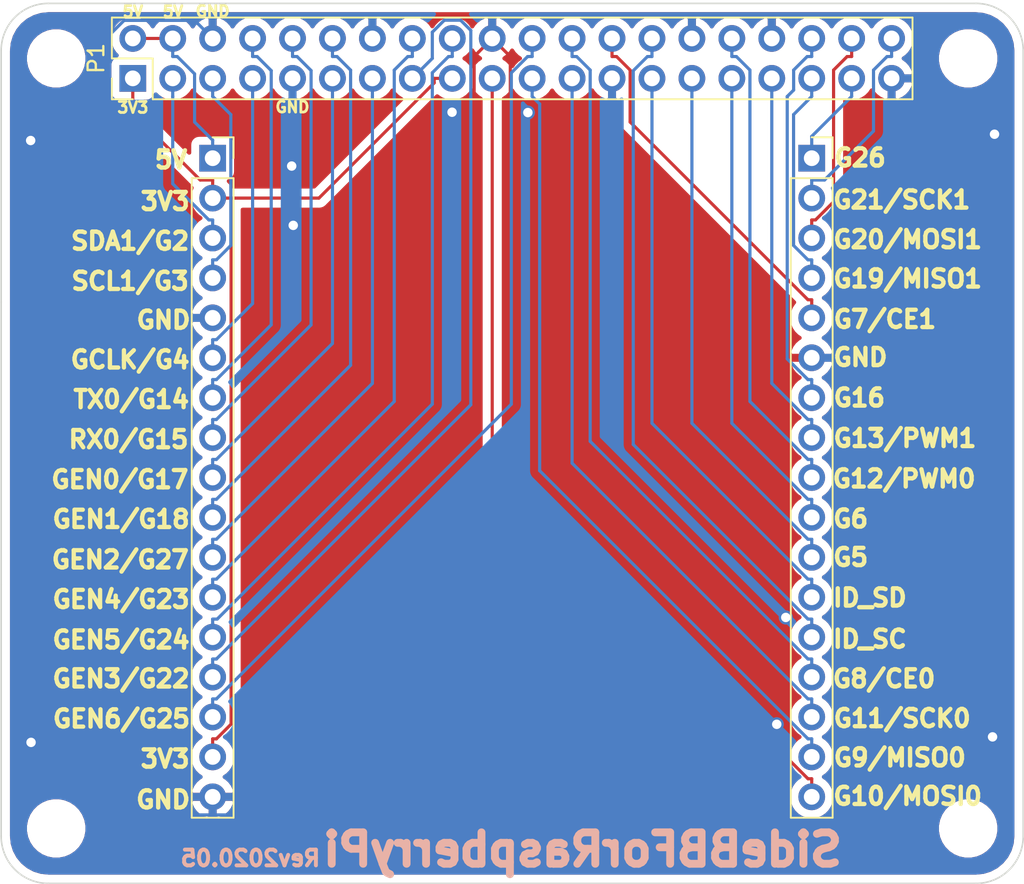
<source format=kicad_pcb>
(kicad_pcb (version 20171130) (host pcbnew 5.1.6-c6e7f7d~86~ubuntu18.04.1)

  (general
    (thickness 1.6)
    (drawings 51)
    (tracks 230)
    (zones 0)
    (modules 7)
    (nets 32)
  )

  (page A3)
  (title_block
    (date "15 nov 2012")
  )

  (layers
    (0 F.Cu signal)
    (31 B.Cu signal)
    (32 B.Adhes user)
    (33 F.Adhes user)
    (34 B.Paste user)
    (35 F.Paste user)
    (36 B.SilkS user)
    (37 F.SilkS user)
    (38 B.Mask user)
    (39 F.Mask user)
    (40 Dwgs.User user)
    (41 Cmts.User user)
    (42 Eco1.User user)
    (43 Eco2.User user)
    (44 Edge.Cuts user)
  )

  (setup
    (last_trace_width 0.2)
    (trace_clearance 0.2)
    (zone_clearance 0.508)
    (zone_45_only no)
    (trace_min 0.1524)
    (via_size 0.9)
    (via_drill 0.6)
    (via_min_size 0.8)
    (via_min_drill 0.5)
    (uvia_size 0.5)
    (uvia_drill 0.1)
    (uvias_allowed no)
    (uvia_min_size 0.5)
    (uvia_min_drill 0.1)
    (edge_width 0.1)
    (segment_width 0.1)
    (pcb_text_width 0.3)
    (pcb_text_size 1 1)
    (mod_edge_width 0.15)
    (mod_text_size 1 1)
    (mod_text_width 0.15)
    (pad_size 2.5 2.5)
    (pad_drill 2.5)
    (pad_to_mask_clearance 0)
    (aux_axis_origin 200 150)
    (grid_origin 200 150)
    (visible_elements 7FFFFFFF)
    (pcbplotparams
      (layerselection 0x00030_80000001)
      (usegerberextensions true)
      (usegerberattributes false)
      (usegerberadvancedattributes false)
      (creategerberjobfile false)
      (excludeedgelayer true)
      (linewidth 0.150000)
      (plotframeref false)
      (viasonmask false)
      (mode 1)
      (useauxorigin false)
      (hpglpennumber 1)
      (hpglpenspeed 20)
      (hpglpendiameter 15.000000)
      (psnegative false)
      (psa4output false)
      (plotreference true)
      (plotvalue true)
      (plotinvisibletext false)
      (padsonsilk false)
      (subtractmaskfromsilk false)
      (outputformat 1)
      (mirror false)
      (drillshape 1)
      (scaleselection 1)
      (outputdirectory ""))
  )

  (net 0 "")
  (net 1 +3V3)
  (net 2 +5V)
  (net 3 GND)
  (net 4 /ID_SD)
  (net 5 /ID_SC)
  (net 6 /GPIO5)
  (net 7 /GPIO6)
  (net 8 /GPIO26)
  (net 9 "/GPIO2(SDA1)")
  (net 10 "/GPIO3(SCL1)")
  (net 11 "/GPIO4(GCLK)")
  (net 12 "/GPIO14(TXD0)")
  (net 13 "/GPIO15(RXD0)")
  (net 14 "/GPIO17(GEN0)")
  (net 15 "/GPIO27(GEN2)")
  (net 16 "/GPIO22(GEN3)")
  (net 17 "/GPIO23(GEN4)")
  (net 18 "/GPIO24(GEN5)")
  (net 19 "/GPIO25(GEN6)")
  (net 20 "/GPIO18(GEN1)(PWM0)")
  (net 21 "/GPIO10(SPI0_MOSI)")
  (net 22 "/GPIO9(SPI0_MISO)")
  (net 23 "/GPIO11(SPI0_SCK)")
  (net 24 "/GPIO8(SPI0_CE_N)")
  (net 25 "/GPIO7(SPI1_CE_N)")
  (net 26 "/GPIO12(PWM0)")
  (net 27 "/GPIO13(PWM1)")
  (net 28 "/GPIO19(SPI1_MISO)")
  (net 29 /GPIO16)
  (net 30 "/GPIO20(SPI1_MOSI)")
  (net 31 "/GPIO21(SPI1_SCK)")

  (net_class Default "This is the default net class."
    (clearance 0.2)
    (trace_width 0.2)
    (via_dia 0.9)
    (via_drill 0.6)
    (uvia_dia 0.5)
    (uvia_drill 0.1)
    (add_net +3V3)
    (add_net +5V)
    (add_net "/GPIO10(SPI0_MOSI)")
    (add_net "/GPIO11(SPI0_SCK)")
    (add_net "/GPIO12(PWM0)")
    (add_net "/GPIO13(PWM1)")
    (add_net "/GPIO14(TXD0)")
    (add_net "/GPIO15(RXD0)")
    (add_net /GPIO16)
    (add_net "/GPIO17(GEN0)")
    (add_net "/GPIO18(GEN1)(PWM0)")
    (add_net "/GPIO19(SPI1_MISO)")
    (add_net "/GPIO2(SDA1)")
    (add_net "/GPIO20(SPI1_MOSI)")
    (add_net "/GPIO21(SPI1_SCK)")
    (add_net "/GPIO22(GEN3)")
    (add_net "/GPIO23(GEN4)")
    (add_net "/GPIO24(GEN5)")
    (add_net "/GPIO25(GEN6)")
    (add_net /GPIO26)
    (add_net "/GPIO27(GEN2)")
    (add_net "/GPIO3(SCL1)")
    (add_net "/GPIO4(GCLK)")
    (add_net /GPIO5)
    (add_net /GPIO6)
    (add_net "/GPIO7(SPI1_CE_N)")
    (add_net "/GPIO8(SPI0_CE_N)")
    (add_net "/GPIO9(SPI0_MISO)")
    (add_net /ID_SC)
    (add_net /ID_SD)
    (add_net GND)
  )

  (net_class Power ""
    (clearance 0.2)
    (trace_width 0.5)
    (via_dia 1)
    (via_drill 0.7)
    (uvia_dia 0.5)
    (uvia_drill 0.1)
  )

  (module Connector_PinHeader_2.54mm:PinHeader_2x20_P2.54mm_Vertical (layer F.Cu) (tedit 59FED5CC) (tstamp 5A793E9F)
    (at 208.37 98.77 90)
    (descr "Through hole straight pin header, 2x20, 2.54mm pitch, double rows")
    (tags "Through hole pin header THT 2x20 2.54mm double row")
    (path /59AD464A)
    (fp_text reference P1 (at 1.27 -2.33 -90) (layer F.SilkS)
      (effects (font (size 1 1) (thickness 0.15)))
    )
    (fp_text value Conn_02x20_Odd_Even (at 1.27 50.59 -90) (layer F.Fab)
      (effects (font (size 1 1) (thickness 0.15)))
    )
    (fp_text user %R (at 1.27 24.13 180) (layer F.Fab)
      (effects (font (size 1 1) (thickness 0.15)))
    )
    (fp_line (start 0 -1.27) (end 3.81 -1.27) (layer F.Fab) (width 0.1))
    (fp_line (start 3.81 -1.27) (end 3.81 49.53) (layer F.Fab) (width 0.1))
    (fp_line (start 3.81 49.53) (end -1.27 49.53) (layer F.Fab) (width 0.1))
    (fp_line (start -1.27 49.53) (end -1.27 0) (layer F.Fab) (width 0.1))
    (fp_line (start -1.27 0) (end 0 -1.27) (layer F.Fab) (width 0.1))
    (fp_line (start -1.33 49.59) (end 3.87 49.59) (layer F.SilkS) (width 0.12))
    (fp_line (start -1.33 1.27) (end -1.33 49.59) (layer F.SilkS) (width 0.12))
    (fp_line (start 3.87 -1.33) (end 3.87 49.59) (layer F.SilkS) (width 0.12))
    (fp_line (start -1.33 1.27) (end 1.27 1.27) (layer F.SilkS) (width 0.12))
    (fp_line (start 1.27 1.27) (end 1.27 -1.33) (layer F.SilkS) (width 0.12))
    (fp_line (start 1.27 -1.33) (end 3.87 -1.33) (layer F.SilkS) (width 0.12))
    (fp_line (start -1.33 0) (end -1.33 -1.33) (layer F.SilkS) (width 0.12))
    (fp_line (start -1.33 -1.33) (end 0 -1.33) (layer F.SilkS) (width 0.12))
    (fp_line (start -1.8 -1.8) (end -1.8 50.05) (layer F.CrtYd) (width 0.05))
    (fp_line (start -1.8 50.05) (end 4.35 50.05) (layer F.CrtYd) (width 0.05))
    (fp_line (start 4.35 50.05) (end 4.35 -1.8) (layer F.CrtYd) (width 0.05))
    (fp_line (start 4.35 -1.8) (end -1.8 -1.8) (layer F.CrtYd) (width 0.05))
    (pad 40 thru_hole oval (at 2.54 48.26 90) (size 1.7 1.7) (drill 1) (layers *.Cu *.Mask)
      (net 31 "/GPIO21(SPI1_SCK)"))
    (pad 39 thru_hole oval (at 0 48.26 90) (size 1.7 1.7) (drill 1) (layers *.Cu *.Mask)
      (net 3 GND))
    (pad 38 thru_hole oval (at 2.54 45.72 90) (size 1.7 1.7) (drill 1) (layers *.Cu *.Mask)
      (net 30 "/GPIO20(SPI1_MOSI)"))
    (pad 37 thru_hole oval (at 0 45.72 90) (size 1.7 1.7) (drill 1) (layers *.Cu *.Mask)
      (net 8 /GPIO26))
    (pad 36 thru_hole oval (at 2.54 43.18 90) (size 1.7 1.7) (drill 1) (layers *.Cu *.Mask)
      (net 29 /GPIO16))
    (pad 35 thru_hole oval (at 0 43.18 90) (size 1.7 1.7) (drill 1) (layers *.Cu *.Mask)
      (net 28 "/GPIO19(SPI1_MISO)"))
    (pad 34 thru_hole oval (at 2.54 40.64 90) (size 1.7 1.7) (drill 1) (layers *.Cu *.Mask)
      (net 3 GND))
    (pad 33 thru_hole oval (at 0 40.64 90) (size 1.7 1.7) (drill 1) (layers *.Cu *.Mask)
      (net 27 "/GPIO13(PWM1)"))
    (pad 32 thru_hole oval (at 2.54 38.1 90) (size 1.7 1.7) (drill 1) (layers *.Cu *.Mask)
      (net 26 "/GPIO12(PWM0)"))
    (pad 31 thru_hole oval (at 0 38.1 90) (size 1.7 1.7) (drill 1) (layers *.Cu *.Mask)
      (net 7 /GPIO6))
    (pad 30 thru_hole oval (at 2.54 35.56 90) (size 1.7 1.7) (drill 1) (layers *.Cu *.Mask)
      (net 3 GND))
    (pad 29 thru_hole oval (at 0 35.56 90) (size 1.7 1.7) (drill 1) (layers *.Cu *.Mask)
      (net 6 /GPIO5))
    (pad 28 thru_hole oval (at 2.54 33.02 90) (size 1.7 1.7) (drill 1) (layers *.Cu *.Mask)
      (net 5 /ID_SC))
    (pad 27 thru_hole oval (at 0 33.02 90) (size 1.7 1.7) (drill 1) (layers *.Cu *.Mask)
      (net 4 /ID_SD))
    (pad 26 thru_hole oval (at 2.54 30.48 90) (size 1.7 1.7) (drill 1) (layers *.Cu *.Mask)
      (net 25 "/GPIO7(SPI1_CE_N)"))
    (pad 25 thru_hole oval (at 0 30.48 90) (size 1.7 1.7) (drill 1) (layers *.Cu *.Mask)
      (net 3 GND))
    (pad 24 thru_hole oval (at 2.54 27.94 90) (size 1.7 1.7) (drill 1) (layers *.Cu *.Mask)
      (net 24 "/GPIO8(SPI0_CE_N)"))
    (pad 23 thru_hole oval (at 0 27.94 90) (size 1.7 1.7) (drill 1) (layers *.Cu *.Mask)
      (net 23 "/GPIO11(SPI0_SCK)"))
    (pad 22 thru_hole oval (at 2.54 25.4 90) (size 1.7 1.7) (drill 1) (layers *.Cu *.Mask)
      (net 19 "/GPIO25(GEN6)"))
    (pad 21 thru_hole oval (at 0 25.4 90) (size 1.7 1.7) (drill 1) (layers *.Cu *.Mask)
      (net 22 "/GPIO9(SPI0_MISO)"))
    (pad 20 thru_hole oval (at 2.54 22.86 90) (size 1.7 1.7) (drill 1) (layers *.Cu *.Mask)
      (net 3 GND))
    (pad 19 thru_hole oval (at 0 22.86 90) (size 1.7 1.7) (drill 1) (layers *.Cu *.Mask)
      (net 21 "/GPIO10(SPI0_MOSI)"))
    (pad 18 thru_hole oval (at 2.54 20.32 90) (size 1.7 1.7) (drill 1) (layers *.Cu *.Mask)
      (net 18 "/GPIO24(GEN5)"))
    (pad 17 thru_hole oval (at 0 20.32 90) (size 1.7 1.7) (drill 1) (layers *.Cu *.Mask)
      (net 1 +3V3))
    (pad 16 thru_hole oval (at 2.54 17.78 90) (size 1.7 1.7) (drill 1) (layers *.Cu *.Mask)
      (net 17 "/GPIO23(GEN4)"))
    (pad 15 thru_hole oval (at 0 17.78 90) (size 1.7 1.7) (drill 1) (layers *.Cu *.Mask)
      (net 16 "/GPIO22(GEN3)"))
    (pad 14 thru_hole oval (at 2.54 15.24 90) (size 1.7 1.7) (drill 1) (layers *.Cu *.Mask)
      (net 3 GND))
    (pad 13 thru_hole oval (at 0 15.24 90) (size 1.7 1.7) (drill 1) (layers *.Cu *.Mask)
      (net 15 "/GPIO27(GEN2)"))
    (pad 12 thru_hole oval (at 2.54 12.7 90) (size 1.7 1.7) (drill 1) (layers *.Cu *.Mask)
      (net 20 "/GPIO18(GEN1)(PWM0)"))
    (pad 11 thru_hole oval (at 0 12.7 90) (size 1.7 1.7) (drill 1) (layers *.Cu *.Mask)
      (net 14 "/GPIO17(GEN0)"))
    (pad 10 thru_hole oval (at 2.54 10.16 90) (size 1.7 1.7) (drill 1) (layers *.Cu *.Mask)
      (net 13 "/GPIO15(RXD0)"))
    (pad 9 thru_hole oval (at 0 10.16 90) (size 1.7 1.7) (drill 1) (layers *.Cu *.Mask)
      (net 3 GND))
    (pad 8 thru_hole oval (at 2.54 7.62 90) (size 1.7 1.7) (drill 1) (layers *.Cu *.Mask)
      (net 12 "/GPIO14(TXD0)"))
    (pad 7 thru_hole oval (at 0 7.62 90) (size 1.7 1.7) (drill 1) (layers *.Cu *.Mask)
      (net 11 "/GPIO4(GCLK)"))
    (pad 6 thru_hole oval (at 2.54 5.08 90) (size 1.7 1.7) (drill 1) (layers *.Cu *.Mask)
      (net 3 GND))
    (pad 5 thru_hole oval (at 0 5.08 90) (size 1.7 1.7) (drill 1) (layers *.Cu *.Mask)
      (net 10 "/GPIO3(SCL1)"))
    (pad 4 thru_hole oval (at 2.54 2.54 90) (size 1.7 1.7) (drill 1) (layers *.Cu *.Mask)
      (net 2 +5V))
    (pad 3 thru_hole oval (at 0 2.54 90) (size 1.7 1.7) (drill 1) (layers *.Cu *.Mask)
      (net 9 "/GPIO2(SDA1)"))
    (pad 2 thru_hole oval (at 2.54 0 90) (size 1.7 1.7) (drill 1) (layers *.Cu *.Mask)
      (net 2 +5V))
    (pad 1 thru_hole rect (at 0 0 90) (size 1.7 1.7) (drill 1) (layers *.Cu *.Mask)
      (net 1 +3V3))
    (model ${KISYS3DMOD}/Connector_PinHeader_2.54mm.3dshapes/PinHeader_2x20_P2.54mm_Vertical.wrl
      (at (xyz 0 0 0))
      (scale (xyz 1 1 1))
      (rotate (xyz 0 0 0))
    )
  )

  (module Connector_PinSocket_2.54mm:PinSocket_1x17_P2.54mm_Vertical (layer F.Cu) (tedit 5A19A42B) (tstamp 5E0242EC)
    (at 251.55 103.85)
    (descr "Through hole straight socket strip, 1x17, 2.54mm pitch, single row (from Kicad 4.0.7), script generated")
    (tags "Through hole socket strip THT 1x17 2.54mm single row")
    (path /5E021030)
    (fp_text reference J2 (at 0 -2.77) (layer F.SilkS) hide
      (effects (font (size 1 1) (thickness 0.15)))
    )
    (fp_text value Conn_01x17 (at 0 43.41) (layer F.Fab)
      (effects (font (size 1 1) (thickness 0.15)))
    )
    (fp_line (start -1.27 -1.27) (end 0.635 -1.27) (layer F.Fab) (width 0.1))
    (fp_line (start 0.635 -1.27) (end 1.27 -0.635) (layer F.Fab) (width 0.1))
    (fp_line (start 1.27 -0.635) (end 1.27 41.91) (layer F.Fab) (width 0.1))
    (fp_line (start 1.27 41.91) (end -1.27 41.91) (layer F.Fab) (width 0.1))
    (fp_line (start -1.27 41.91) (end -1.27 -1.27) (layer F.Fab) (width 0.1))
    (fp_line (start -1.33 1.27) (end 1.33 1.27) (layer F.SilkS) (width 0.12))
    (fp_line (start -1.33 1.27) (end -1.33 41.97) (layer F.SilkS) (width 0.12))
    (fp_line (start -1.33 41.97) (end 1.33 41.97) (layer F.SilkS) (width 0.12))
    (fp_line (start 1.33 1.27) (end 1.33 41.97) (layer F.SilkS) (width 0.12))
    (fp_line (start 1.33 -1.33) (end 1.33 0) (layer F.SilkS) (width 0.12))
    (fp_line (start 0 -1.33) (end 1.33 -1.33) (layer F.SilkS) (width 0.12))
    (fp_line (start -1.8 -1.8) (end 1.75 -1.8) (layer F.CrtYd) (width 0.05))
    (fp_line (start 1.75 -1.8) (end 1.75 42.4) (layer F.CrtYd) (width 0.05))
    (fp_line (start 1.75 42.4) (end -1.8 42.4) (layer F.CrtYd) (width 0.05))
    (fp_line (start -1.8 42.4) (end -1.8 -1.8) (layer F.CrtYd) (width 0.05))
    (fp_text user %R (at 0 20.32 90) (layer F.Fab)
      (effects (font (size 1 1) (thickness 0.15)))
    )
    (pad 17 thru_hole oval (at 0 40.64) (size 1.7 1.7) (drill 1) (layers *.Cu *.Mask)
      (net 21 "/GPIO10(SPI0_MOSI)"))
    (pad 16 thru_hole oval (at 0 38.1) (size 1.7 1.7) (drill 1) (layers *.Cu *.Mask)
      (net 22 "/GPIO9(SPI0_MISO)"))
    (pad 15 thru_hole oval (at 0 35.56) (size 1.7 1.7) (drill 1) (layers *.Cu *.Mask)
      (net 23 "/GPIO11(SPI0_SCK)"))
    (pad 14 thru_hole oval (at 0 33.02) (size 1.7 1.7) (drill 1) (layers *.Cu *.Mask)
      (net 24 "/GPIO8(SPI0_CE_N)"))
    (pad 13 thru_hole oval (at 0 30.48) (size 1.7 1.7) (drill 1) (layers *.Cu *.Mask)
      (net 5 /ID_SC))
    (pad 12 thru_hole oval (at 0 27.94) (size 1.7 1.7) (drill 1) (layers *.Cu *.Mask)
      (net 4 /ID_SD))
    (pad 11 thru_hole oval (at 0 25.4) (size 1.7 1.7) (drill 1) (layers *.Cu *.Mask)
      (net 6 /GPIO5))
    (pad 10 thru_hole oval (at 0 22.86) (size 1.7 1.7) (drill 1) (layers *.Cu *.Mask)
      (net 7 /GPIO6))
    (pad 9 thru_hole oval (at 0 20.32) (size 1.7 1.7) (drill 1) (layers *.Cu *.Mask)
      (net 26 "/GPIO12(PWM0)"))
    (pad 8 thru_hole oval (at 0 17.78) (size 1.7 1.7) (drill 1) (layers *.Cu *.Mask)
      (net 27 "/GPIO13(PWM1)"))
    (pad 7 thru_hole oval (at 0 15.24) (size 1.7 1.7) (drill 1) (layers *.Cu *.Mask)
      (net 29 /GPIO16))
    (pad 6 thru_hole oval (at 0 12.7) (size 1.7 1.7) (drill 1) (layers *.Cu *.Mask)
      (net 3 GND))
    (pad 5 thru_hole oval (at 0 10.16) (size 1.7 1.7) (drill 1) (layers *.Cu *.Mask)
      (net 25 "/GPIO7(SPI1_CE_N)"))
    (pad 4 thru_hole oval (at 0 7.62) (size 1.7 1.7) (drill 1) (layers *.Cu *.Mask)
      (net 28 "/GPIO19(SPI1_MISO)"))
    (pad 3 thru_hole oval (at 0 5.08) (size 1.7 1.7) (drill 1) (layers *.Cu *.Mask)
      (net 30 "/GPIO20(SPI1_MOSI)"))
    (pad 2 thru_hole oval (at 0 2.54) (size 1.7 1.7) (drill 1) (layers *.Cu *.Mask)
      (net 31 "/GPIO21(SPI1_SCK)"))
    (pad 1 thru_hole rect (at 0 0) (size 1.7 1.7) (drill 1) (layers *.Cu *.Mask)
      (net 8 /GPIO26))
    (model ${KISYS3DMOD}/Connector_PinSocket_2.54mm.3dshapes/PinSocket_1x17_P2.54mm_Vertical.wrl
      (at (xyz 0 0 0))
      (scale (xyz 1 1 1))
      (rotate (xyz 0 0 0))
    )
  )

  (module Connector_PinSocket_2.54mm:PinSocket_1x17_P2.54mm_Vertical (layer F.Cu) (tedit 5A19A42B) (tstamp 5E0242C7)
    (at 213.45 103.85)
    (descr "Through hole straight socket strip, 1x17, 2.54mm pitch, single row (from Kicad 4.0.7), script generated")
    (tags "Through hole socket strip THT 1x17 2.54mm single row")
    (path /5E0208E9)
    (fp_text reference J1 (at 0 -2.77) (layer F.SilkS) hide
      (effects (font (size 1 1) (thickness 0.15)))
    )
    (fp_text value Conn_01x17 (at 0 43.41) (layer F.Fab)
      (effects (font (size 1 1) (thickness 0.15)))
    )
    (fp_line (start -1.27 -1.27) (end 0.635 -1.27) (layer F.Fab) (width 0.1))
    (fp_line (start 0.635 -1.27) (end 1.27 -0.635) (layer F.Fab) (width 0.1))
    (fp_line (start 1.27 -0.635) (end 1.27 41.91) (layer F.Fab) (width 0.1))
    (fp_line (start 1.27 41.91) (end -1.27 41.91) (layer F.Fab) (width 0.1))
    (fp_line (start -1.27 41.91) (end -1.27 -1.27) (layer F.Fab) (width 0.1))
    (fp_line (start -1.33 1.27) (end 1.33 1.27) (layer F.SilkS) (width 0.12))
    (fp_line (start -1.33 1.27) (end -1.33 41.97) (layer F.SilkS) (width 0.12))
    (fp_line (start -1.33 41.97) (end 1.33 41.97) (layer F.SilkS) (width 0.12))
    (fp_line (start 1.33 1.27) (end 1.33 41.97) (layer F.SilkS) (width 0.12))
    (fp_line (start 1.33 -1.33) (end 1.33 0) (layer F.SilkS) (width 0.12))
    (fp_line (start 0 -1.33) (end 1.33 -1.33) (layer F.SilkS) (width 0.12))
    (fp_line (start -1.8 -1.8) (end 1.75 -1.8) (layer F.CrtYd) (width 0.05))
    (fp_line (start 1.75 -1.8) (end 1.75 42.4) (layer F.CrtYd) (width 0.05))
    (fp_line (start 1.75 42.4) (end -1.8 42.4) (layer F.CrtYd) (width 0.05))
    (fp_line (start -1.8 42.4) (end -1.8 -1.8) (layer F.CrtYd) (width 0.05))
    (fp_text user %R (at 0 20.32 90) (layer F.Fab)
      (effects (font (size 1 1) (thickness 0.15)))
    )
    (pad 17 thru_hole oval (at 0 40.64) (size 1.7 1.7) (drill 1) (layers *.Cu *.Mask)
      (net 3 GND))
    (pad 16 thru_hole oval (at 0 38.1) (size 1.7 1.7) (drill 1) (layers *.Cu *.Mask)
      (net 1 +3V3))
    (pad 15 thru_hole oval (at 0 35.56) (size 1.7 1.7) (drill 1) (layers *.Cu *.Mask)
      (net 19 "/GPIO25(GEN6)"))
    (pad 14 thru_hole oval (at 0 33.02) (size 1.7 1.7) (drill 1) (layers *.Cu *.Mask)
      (net 16 "/GPIO22(GEN3)"))
    (pad 13 thru_hole oval (at 0 30.48) (size 1.7 1.7) (drill 1) (layers *.Cu *.Mask)
      (net 18 "/GPIO24(GEN5)"))
    (pad 12 thru_hole oval (at 0 27.94) (size 1.7 1.7) (drill 1) (layers *.Cu *.Mask)
      (net 17 "/GPIO23(GEN4)"))
    (pad 11 thru_hole oval (at 0 25.4) (size 1.7 1.7) (drill 1) (layers *.Cu *.Mask)
      (net 15 "/GPIO27(GEN2)"))
    (pad 10 thru_hole oval (at 0 22.86) (size 1.7 1.7) (drill 1) (layers *.Cu *.Mask)
      (net 20 "/GPIO18(GEN1)(PWM0)"))
    (pad 9 thru_hole oval (at 0 20.32) (size 1.7 1.7) (drill 1) (layers *.Cu *.Mask)
      (net 14 "/GPIO17(GEN0)"))
    (pad 8 thru_hole oval (at 0 17.78) (size 1.7 1.7) (drill 1) (layers *.Cu *.Mask)
      (net 13 "/GPIO15(RXD0)"))
    (pad 7 thru_hole oval (at 0 15.24) (size 1.7 1.7) (drill 1) (layers *.Cu *.Mask)
      (net 12 "/GPIO14(TXD0)"))
    (pad 6 thru_hole oval (at 0 12.7) (size 1.7 1.7) (drill 1) (layers *.Cu *.Mask)
      (net 11 "/GPIO4(GCLK)"))
    (pad 5 thru_hole oval (at 0 10.16) (size 1.7 1.7) (drill 1) (layers *.Cu *.Mask)
      (net 3 GND))
    (pad 4 thru_hole oval (at 0 7.62) (size 1.7 1.7) (drill 1) (layers *.Cu *.Mask)
      (net 10 "/GPIO3(SCL1)"))
    (pad 3 thru_hole oval (at 0 5.08) (size 1.7 1.7) (drill 1) (layers *.Cu *.Mask)
      (net 9 "/GPIO2(SDA1)"))
    (pad 2 thru_hole oval (at 0 2.54) (size 1.7 1.7) (drill 1) (layers *.Cu *.Mask)
      (net 1 +3V3))
    (pad 1 thru_hole rect (at 0 0) (size 1.7 1.7) (drill 1) (layers *.Cu *.Mask)
      (net 2 +5V))
    (model ${KISYS3DMOD}/Connector_PinSocket_2.54mm.3dshapes/PinSocket_1x17_P2.54mm_Vertical.wrl
      (at (xyz 0 0 0))
      (scale (xyz 1 1 1))
      (rotate (xyz 0 0 0))
    )
  )

  (module MountingHole:MountingHole_2.7mm_M2.5 (layer F.Cu) (tedit 56D1B4CB) (tstamp 5A793E98)
    (at 261.5 146.5)
    (descr "Mounting Hole 2.7mm, no annular, M2.5")
    (tags "mounting hole 2.7mm no annular m2.5")
    (path /5834FC4F)
    (attr virtual)
    (fp_text reference MK4 (at 0 -3.7) (layer F.SilkS) hide
      (effects (font (size 1 1) (thickness 0.15)))
    )
    (fp_text value M2.5 (at 0 3.7) (layer F.Fab)
      (effects (font (size 1 1) (thickness 0.15)))
    )
    (fp_circle (center 0 0) (end 2.7 0) (layer Cmts.User) (width 0.15))
    (fp_circle (center 0 0) (end 2.95 0) (layer F.CrtYd) (width 0.05))
    (fp_text user %R (at 0.3 0) (layer F.Fab)
      (effects (font (size 1 1) (thickness 0.15)))
    )
    (pad 1 np_thru_hole circle (at 0 0) (size 2.7 2.7) (drill 2.7) (layers *.Cu *.Mask))
  )

  (module MountingHole:MountingHole_2.7mm_M2.5 (layer F.Cu) (tedit 56D1B4CB) (tstamp 5A793E91)
    (at 203.5 146.5)
    (descr "Mounting Hole 2.7mm, no annular, M2.5")
    (tags "mounting hole 2.7mm no annular m2.5")
    (path /5834FBEF)
    (attr virtual)
    (fp_text reference MK3 (at 0 -3.7) (layer F.SilkS) hide
      (effects (font (size 1 1) (thickness 0.15)))
    )
    (fp_text value M2.5 (at 0 3.7) (layer F.Fab)
      (effects (font (size 1 1) (thickness 0.15)))
    )
    (fp_circle (center 0 0) (end 2.95 0) (layer F.CrtYd) (width 0.05))
    (fp_circle (center 0 0) (end 2.7 0) (layer Cmts.User) (width 0.15))
    (fp_text user %R (at 0.3 0) (layer F.Fab)
      (effects (font (size 1 1) (thickness 0.15)))
    )
    (pad 1 np_thru_hole circle (at 0 0) (size 2.7 2.7) (drill 2.7) (layers *.Cu *.Mask))
  )

  (module MountingHole:MountingHole_2.7mm_M2.5 (layer F.Cu) (tedit 56D1B4CB) (tstamp 5A793E8A)
    (at 261.5 97.5 180)
    (descr "Mounting Hole 2.7mm, no annular, M2.5")
    (tags "mounting hole 2.7mm no annular m2.5")
    (path /5834FC19)
    (attr virtual)
    (fp_text reference MK2 (at 0 -3.7 180) (layer F.SilkS) hide
      (effects (font (size 1 1) (thickness 0.15)))
    )
    (fp_text value M2.5 (at 0 3.7 180) (layer F.Fab)
      (effects (font (size 1 1) (thickness 0.15)))
    )
    (fp_circle (center 0 0) (end 2.7 0) (layer Cmts.User) (width 0.15))
    (fp_circle (center 0 0) (end 2.95 0) (layer F.CrtYd) (width 0.05))
    (fp_text user %R (at 0.3 0 180) (layer F.Fab)
      (effects (font (size 1 1) (thickness 0.15)))
    )
    (pad 1 np_thru_hole circle (at 0 0 180) (size 2.7 2.7) (drill 2.7) (layers *.Cu *.Mask))
  )

  (module MountingHole:MountingHole_2.7mm_M2.5 (layer F.Cu) (tedit 56D1B4CB) (tstamp 5A793E83)
    (at 203.5 97.5 180)
    (descr "Mounting Hole 2.7mm, no annular, M2.5")
    (tags "mounting hole 2.7mm no annular m2.5")
    (path /5834FB2E)
    (attr virtual)
    (fp_text reference MK1 (at 0 -3.7 180) (layer F.SilkS) hide
      (effects (font (size 1 1) (thickness 0.15)))
    )
    (fp_text value M2.5 (at 0 3.7 180) (layer F.Fab)
      (effects (font (size 1 1) (thickness 0.15)))
    )
    (fp_circle (center 0 0) (end 2.95 0) (layer F.CrtYd) (width 0.05))
    (fp_circle (center 0 0) (end 2.7 0) (layer Cmts.User) (width 0.15))
    (fp_text user %R (at 0.3 0 180) (layer F.Fab)
      (effects (font (size 1 1) (thickness 0.15)))
    )
    (pad 1 np_thru_hole circle (at 0 0 180) (size 2.7 2.7) (drill 2.7) (layers *.Cu *.Mask))
  )

  (gr_text Rev2020.05 (at 215.85 148.4) (layer B.SilkS) (tstamp 5E0255C6)
    (effects (font (size 1 1) (thickness 0.25)) (justify mirror))
  )
  (gr_text SideBBForRaspberryPi (at 236.975 147.85) (layer B.SilkS)
    (effects (font (size 2 2) (thickness 0.5)) (justify mirror))
  )
  (gr_text 5V (at 208.375 94.525) (layer F.SilkS) (tstamp 5E0255AA)
    (effects (font (size 0.7 0.7) (thickness 0.175)))
  )
  (gr_text GND (at 213.45 94.5) (layer F.SilkS) (tstamp 5E025025)
    (effects (font (size 0.7 0.7) (thickness 0.175)))
  )
  (gr_text GND (at 218.525 100.6) (layer F.SilkS) (tstamp 5E024BCF)
    (effects (font (size 0.7 0.7) (thickness 0.175)))
  )
  (gr_text 3V3 (at 208.375 100.625) (layer F.SilkS) (tstamp 5E024BCF)
    (effects (font (size 0.7 0.7) (thickness 0.175)))
  )
  (gr_text 5V (at 210.925 94.525) (layer F.SilkS) (tstamp 5E024BCF)
    (effects (font (size 0.7 0.7) (thickness 0.175)))
  )
  (gr_text G10/MOSI0 (at 257.65 144.45) (layer F.SilkS) (tstamp 5E024BCF)
    (effects (font (size 1.1 1.1) (thickness 0.275)))
  )
  (gr_text G9/MISO0 (at 257.15 142) (layer F.SilkS) (tstamp 5E024BCF)
    (effects (font (size 1.1 1.1) (thickness 0.275)))
  )
  (gr_text G11/SCK0 (at 257.3 139.5) (layer F.SilkS) (tstamp 5E024BCF)
    (effects (font (size 1.1 1.1) (thickness 0.275)))
  )
  (gr_text G8/CE0 (at 256.15 136.975) (layer F.SilkS) (tstamp 5E024BCF)
    (effects (font (size 1.1 1.1) (thickness 0.275)))
  )
  (gr_text G7/CE1 (at 256.2 114.1) (layer F.SilkS) (tstamp 5E024BCF)
    (effects (font (size 1.1 1.1) (thickness 0.275)))
  )
  (gr_text ID_SC (at 255.25 134.45) (layer F.SilkS) (tstamp 5E024BCF)
    (effects (font (size 1.1 1.1) (thickness 0.275)))
  )
  (gr_text ID_SD (at 255.25 131.825) (layer F.SilkS) (tstamp 5E024BCF)
    (effects (font (size 1.1 1.1) (thickness 0.275)))
  )
  (gr_text G5 (at 254.025 129.25) (layer F.SilkS) (tstamp 5E024BCF)
    (effects (font (size 1.1 1.1) (thickness 0.275)))
  )
  (gr_text G6 (at 254.025 126.8) (layer F.SilkS) (tstamp 5E024BCF)
    (effects (font (size 1.1 1.1) (thickness 0.275)))
  )
  (gr_text G12/PWM0 (at 257.425 124.25) (layer F.SilkS) (tstamp 5E024BCF)
    (effects (font (size 1.1 1.1) (thickness 0.275)))
  )
  (gr_text G13/PWM1 (at 257.475 121.675) (layer F.SilkS) (tstamp 5E024BCF)
    (effects (font (size 1.1 1.1) (thickness 0.275)))
  )
  (gr_text G16 (at 254.575 119.1) (layer F.SilkS) (tstamp 5E024BCF)
    (effects (font (size 1.1 1.1) (thickness 0.275)))
  )
  (gr_text GND (at 254.65 116.525) (layer F.SilkS) (tstamp 5E024BCF)
    (effects (font (size 1.1 1.1) (thickness 0.275)))
  )
  (gr_text G19/MISO1 (at 257.65 111.525) (layer F.SilkS) (tstamp 5E024BCF)
    (effects (font (size 1.1 1.1) (thickness 0.275)))
  )
  (gr_text G20/MOSI1 (at 257.65 109.025) (layer F.SilkS) (tstamp 5E024BCF)
    (effects (font (size 1.1 1.1) (thickness 0.275)))
  )
  (gr_text G21/SCK1 (at 257.275 106.5) (layer F.SilkS) (tstamp 5E024BCF)
    (effects (font (size 1.1 1.1) (thickness 0.275)))
  )
  (gr_text G26 (at 254.625 103.825) (layer F.SilkS) (tstamp 5E024BCF)
    (effects (font (size 1.1 1.1) (thickness 0.275)))
  )
  (gr_text GND (at 210.3 144.675) (layer F.SilkS) (tstamp 5E024BCF)
    (effects (font (size 1.1 1.1) (thickness 0.275)))
  )
  (gr_text 3V3 (at 210.425 142.075) (layer F.SilkS) (tstamp 5E024BCF)
    (effects (font (size 1.1 1.1) (thickness 0.275)))
  )
  (gr_text GEN6/G25 (at 207.65 139.525) (layer F.SilkS) (tstamp 5E024BCF)
    (effects (font (size 1.1 1.1) (thickness 0.275)))
  )
  (gr_text GEN3/G22 (at 207.625 136.975) (layer F.SilkS) (tstamp 5E024BCF)
    (effects (font (size 1.1 1.1) (thickness 0.275)))
  )
  (gr_text GEN5/G24 (at 207.625 134.5) (layer F.SilkS) (tstamp 5E024BCF)
    (effects (font (size 1.1 1.1) (thickness 0.275)))
  )
  (gr_text GEN4/G23 (at 207.625 131.925) (layer F.SilkS) (tstamp 5E024BCF)
    (effects (font (size 1.1 1.1) (thickness 0.275)))
  )
  (gr_text GEN1/G18 (at 207.625 126.825) (layer F.SilkS) (tstamp 5E024BCF)
    (effects (font (size 1.1 1.1) (thickness 0.275)))
  )
  (gr_text GEN2/G27 (at 207.575 129.4) (layer F.SilkS) (tstamp 5E024BCF)
    (effects (font (size 1.1 1.1) (thickness 0.275)))
  )
  (gr_text GEN0/G17 (at 207.55 124.3) (layer F.SilkS) (tstamp 5E024BCF)
    (effects (font (size 1.1 1.1) (thickness 0.275)))
  )
  (gr_text RX0/G15 (at 208.1 121.75) (layer F.SilkS) (tstamp 5E024BCF)
    (effects (font (size 1.1 1.1) (thickness 0.275)))
  )
  (gr_text TX0/G14 (at 208.275 119.2) (layer F.SilkS) (tstamp 5E024BCF)
    (effects (font (size 1.1 1.1) (thickness 0.275)))
  )
  (gr_text GCLK/G4 (at 208.2 116.675) (layer F.SilkS) (tstamp 5E024BCF)
    (effects (font (size 1.1 1.1) (thickness 0.275)))
  )
  (gr_text GND (at 210.325 114.15) (layer F.SilkS) (tstamp 5E024BCF)
    (effects (font (size 1.1 1.1) (thickness 0.275)))
  )
  (gr_text SCL1/G3 (at 208.2 111.675) (layer F.SilkS) (tstamp 5E024BCF)
    (effects (font (size 1.1 1.1) (thickness 0.275)))
  )
  (gr_text SDA1/G2 (at 208.2 109.125) (layer F.SilkS) (tstamp 5E024BCF)
    (effects (font (size 1.1 1.1) (thickness 0.275)))
  )
  (gr_text 3V3 (at 210.425 106.6) (layer F.SilkS) (tstamp 5E024BCF)
    (effects (font (size 1.1 1.1) (thickness 0.275)))
  )
  (gr_text 5V (at 210.8 103.95) (layer F.SilkS)
    (effects (font (size 1.1 1.1) (thickness 0.275)))
  )
  (gr_line (start 200 113) (end 200 131) (layer Edge.Cuts) (width 0.1))
  (gr_line (start 200 97) (end 200 113) (layer Edge.Cuts) (width 0.1))
  (gr_arc (start 262 97) (end 262 94) (angle 90) (layer Edge.Cuts) (width 0.1))
  (gr_arc (start 262 147) (end 265 147) (angle 90) (layer Edge.Cuts) (width 0.1))
  (gr_arc (start 203 147) (end 203 150) (angle 90) (layer Edge.Cuts) (width 0.1))
  (gr_arc (start 203 97) (end 200 97) (angle 90) (layer Edge.Cuts) (width 0.1))
  (gr_line (start 262 94) (end 203 94) (layer Edge.Cuts) (width 0.1))
  (gr_line (start 265 147) (end 265 97) (layer Edge.Cuts) (width 0.1))
  (gr_line (start 203 150) (end 262 150) (layer Edge.Cuts) (width 0.1))
  (gr_line (start 200 131) (end 200 147) (layer Edge.Cuts) (width 0.1))

  (segment (start 214.6229 106.39) (end 213.45 106.39) (width 0.2) (layer F.Cu) (net 1))
  (segment (start 227.5397 98.77) (end 227.5397 99.0576) (width 0.2) (layer F.Cu) (net 1))
  (segment (start 227.5397 99.0576) (end 220.2073 106.39) (width 0.2) (layer F.Cu) (net 1))
  (segment (start 220.2073 106.39) (end 214.6229 106.39) (width 0.2) (layer F.Cu) (net 1))
  (segment (start 214.6229 106.39) (end 214.6229 139.8651) (width 0.2) (layer F.Cu) (net 1))
  (segment (start 214.6229 139.8651) (end 213.6883 140.7997) (width 0.2) (layer F.Cu) (net 1))
  (segment (start 213.6883 140.7997) (end 213.45 140.7997) (width 0.2) (layer F.Cu) (net 1))
  (segment (start 213.45 141.95) (end 213.45 140.7997) (width 0.2) (layer F.Cu) (net 1))
  (segment (start 213.45 106.39) (end 213.45 105.2397) (width 0.2) (layer F.Cu) (net 1))
  (segment (start 213.45 105.2397) (end 212.6592 105.2397) (width 0.2) (layer F.Cu) (net 1))
  (segment (start 212.6592 105.2397) (end 208.37 100.9505) (width 0.2) (layer F.Cu) (net 1))
  (segment (start 208.37 100.9505) (end 208.37 98.77) (width 0.2) (layer F.Cu) (net 1))
  (segment (start 228.69 98.77) (end 227.5397 98.77) (width 0.2) (layer F.Cu) (net 1))
  (segment (start 213.45 103.85) (end 213.45 102.6997) (width 0.2) (layer B.Cu) (net 2))
  (segment (start 210.91 96.23) (end 210.91 97.3803) (width 0.2) (layer B.Cu) (net 2))
  (segment (start 210.91 97.3803) (end 211.1977 97.3803) (width 0.2) (layer B.Cu) (net 2))
  (segment (start 211.1977 97.3803) (end 212.2997 98.4823) (width 0.2) (layer B.Cu) (net 2))
  (segment (start 212.2997 98.4823) (end 212.2997 101.5494) (width 0.2) (layer B.Cu) (net 2))
  (segment (start 212.2997 101.5494) (end 213.45 102.6997) (width 0.2) (layer B.Cu) (net 2))
  (segment (start 210.91 96.23) (end 208.37 96.23) (width 0.2) (layer F.Cu) (net 2))
  (via (at 218.475 104.35) (size 0.9) (drill 0.6) (layers F.Cu B.Cu) (net 3))
  (segment (start 218.53 98.77) (end 218.53 104.295) (width 0.2) (layer F.Cu) (net 3))
  (segment (start 218.53 104.295) (end 218.475 104.35) (width 0.2) (layer F.Cu) (net 3))
  (via (at 218.575 108.125) (size 0.9) (drill 0.6) (layers F.Cu B.Cu) (net 3))
  (segment (start 218.475 104.35) (end 218.475 108.025) (width 0.2) (layer B.Cu) (net 3))
  (segment (start 218.475 108.025) (end 218.575 108.125) (width 0.2) (layer B.Cu) (net 3))
  (via (at 228.675 100.925) (size 0.9) (drill 0.6) (layers F.Cu B.Cu) (net 3))
  (segment (start 218.575 108.125) (end 221.475 108.125) (width 0.2) (layer F.Cu) (net 3))
  (segment (start 221.475 108.125) (end 228.675 100.925) (width 0.2) (layer F.Cu) (net 3))
  (segment (start 230.079999 97.380001) (end 230.380001 97.079999) (width 0.2) (layer F.Cu) (net 3))
  (segment (start 230.079999 100.156397) (end 230.079999 97.380001) (width 0.2) (layer F.Cu) (net 3))
  (segment (start 229.311396 100.925) (end 230.079999 100.156397) (width 0.2) (layer F.Cu) (net 3))
  (segment (start 230.380001 97.079999) (end 231.23 96.23) (width 0.2) (layer F.Cu) (net 3))
  (segment (start 228.675 100.925) (end 229.311396 100.925) (width 0.2) (layer F.Cu) (net 3))
  (segment (start 232.380001 99.829141) (end 233.4968 100.94594) (width 0.2) (layer F.Cu) (net 3))
  (segment (start 231.23 96.23) (end 232.380001 97.380001) (width 0.2) (layer F.Cu) (net 3))
  (via (at 233.4968 100.94594) (size 0.9) (drill 0.6) (layers F.Cu B.Cu) (net 3))
  (segment (start 232.380001 97.380001) (end 232.380001 99.829141) (width 0.2) (layer F.Cu) (net 3))
  (via (at 249.9 133.075) (size 0.9) (drill 0.6) (layers F.Cu B.Cu) (net 3))
  (segment (start 238.85 98.77) (end 238.85 122.025) (width 0.2) (layer B.Cu) (net 3))
  (segment (start 238.85 122.025) (end 249.9 133.075) (width 0.2) (layer B.Cu) (net 3))
  (segment (start 249.9 133.075) (end 249.325619 133.649381) (width 0.2) (layer F.Cu) (net 3))
  (via (at 249.325619 139.874381) (size 0.9) (drill 0.6) (layers F.Cu B.Cu) (net 3))
  (segment (start 249.325619 133.649381) (end 249.325619 139.874381) (width 0.2) (layer F.Cu) (net 3))
  (segment (start 207.817999 95.079999) (end 206.65 96.247998) (width 0.2) (layer B.Cu) (net 3))
  (segment (start 213.45 96.23) (end 212.299999 95.079999) (width 0.2) (layer B.Cu) (net 3))
  (segment (start 212.299999 95.079999) (end 207.817999 95.079999) (width 0.2) (layer B.Cu) (net 3))
  (via (at 201.875 102.725) (size 0.9) (drill 0.6) (layers F.Cu B.Cu) (net 3))
  (segment (start 206.65 96.247998) (end 206.65 97.95) (width 0.2) (layer B.Cu) (net 3))
  (segment (start 206.65 97.95) (end 201.875 102.725) (width 0.2) (layer B.Cu) (net 3))
  (via (at 201.9 141.025) (size 0.9) (drill 0.6) (layers F.Cu B.Cu) (net 3))
  (segment (start 201.875 102.725) (end 201.875 141) (width 0.2) (layer F.Cu) (net 3))
  (segment (start 201.875 141) (end 201.9 141.025) (width 0.2) (layer F.Cu) (net 3))
  (segment (start 202.349999 141.474999) (end 204.674999 141.474999) (width 0.2) (layer B.Cu) (net 3))
  (segment (start 201.9 141.025) (end 202.349999 141.474999) (width 0.2) (layer B.Cu) (net 3))
  (segment (start 208.840001 145.640001) (end 248.590001 145.640001) (width 0.2) (layer B.Cu) (net 3))
  (segment (start 204.674999 141.474999) (end 208.840001 145.640001) (width 0.2) (layer B.Cu) (net 3))
  (segment (start 248.590001 145.640001) (end 250.85 147.9) (width 0.2) (layer B.Cu) (net 3))
  (via (at 263.05 140.675) (size 0.9) (drill 0.6) (layers F.Cu B.Cu) (net 3))
  (segment (start 250.85 147.9) (end 255.825 147.9) (width 0.2) (layer B.Cu) (net 3))
  (segment (start 255.825 147.9) (end 263.05 140.675) (width 0.2) (layer B.Cu) (net 3))
  (via (at 263.175 102.325) (size 0.9) (drill 0.6) (layers F.Cu B.Cu) (net 3))
  (segment (start 263.05 140.675) (end 263.05 102.45) (width 0.2) (layer F.Cu) (net 3))
  (segment (start 263.05 102.45) (end 263.175 102.325) (width 0.2) (layer F.Cu) (net 3))
  (segment (start 251.55 131.79) (end 251.55 130.6397) (width 0.2) (layer B.Cu) (net 4))
  (segment (start 241.39 98.77) (end 241.39 120.7181) (width 0.2) (layer B.Cu) (net 4))
  (segment (start 241.39 120.7181) (end 251.3116 130.6397) (width 0.2) (layer B.Cu) (net 4))
  (segment (start 251.3116 130.6397) (end 251.55 130.6397) (width 0.2) (layer B.Cu) (net 4))
  (segment (start 251.55 134.33) (end 251.55 133.1797) (width 0.2) (layer B.Cu) (net 5))
  (segment (start 241.39 96.23) (end 241.39 97.3803) (width 0.2) (layer B.Cu) (net 5))
  (segment (start 241.39 97.3803) (end 241.1024 97.3803) (width 0.2) (layer B.Cu) (net 5))
  (segment (start 241.1024 97.3803) (end 240.1994 98.2833) (width 0.2) (layer B.Cu) (net 5))
  (segment (start 240.1994 98.2833) (end 240.1994 122.0675) (width 0.2) (layer B.Cu) (net 5))
  (segment (start 240.1994 122.0675) (end 251.3116 133.1797) (width 0.2) (layer B.Cu) (net 5))
  (segment (start 251.3116 133.1797) (end 251.55 133.1797) (width 0.2) (layer B.Cu) (net 5))
  (segment (start 251.55 129.25) (end 251.55 128.0997) (width 0.2) (layer B.Cu) (net 6))
  (segment (start 243.93 98.77) (end 243.93 99.9203) (width 0.2) (layer B.Cu) (net 6))
  (segment (start 243.93 99.9203) (end 243.93 120.7181) (width 0.2) (layer B.Cu) (net 6))
  (segment (start 243.93 120.7181) (end 251.3116 128.0997) (width 0.2) (layer B.Cu) (net 6))
  (segment (start 251.3116 128.0997) (end 251.55 128.0997) (width 0.2) (layer B.Cu) (net 6))
  (segment (start 251.55 126.71) (end 251.55 125.5597) (width 0.2) (layer B.Cu) (net 7))
  (segment (start 246.47 98.77) (end 246.47 120.7181) (width 0.2) (layer B.Cu) (net 7))
  (segment (start 246.47 120.7181) (end 251.3116 125.5597) (width 0.2) (layer B.Cu) (net 7))
  (segment (start 251.3116 125.5597) (end 251.55 125.5597) (width 0.2) (layer B.Cu) (net 7))
  (segment (start 254.09 98.77) (end 254.09 99.9203) (width 0.2) (layer B.Cu) (net 8))
  (segment (start 254.09 99.9203) (end 251.55 102.4603) (width 0.2) (layer B.Cu) (net 8))
  (segment (start 251.55 102.4603) (end 251.55 103.85) (width 0.2) (layer B.Cu) (net 8))
  (segment (start 213.45 107.7797) (end 213.2116 107.7797) (width 0.2) (layer B.Cu) (net 9))
  (segment (start 213.2116 107.7797) (end 210.91 105.4781) (width 0.2) (layer B.Cu) (net 9))
  (segment (start 210.91 105.4781) (end 210.91 99.9203) (width 0.2) (layer B.Cu) (net 9))
  (segment (start 210.91 98.77) (end 210.91 99.9203) (width 0.2) (layer B.Cu) (net 9))
  (segment (start 213.45 108.93) (end 213.45 107.7797) (width 0.2) (layer B.Cu) (net 9))
  (segment (start 213.45 111.47) (end 213.45 110.3197) (width 0.2) (layer B.Cu) (net 10))
  (segment (start 213.45 98.77) (end 213.45 99.9203) (width 0.2) (layer B.Cu) (net 10))
  (segment (start 213.45 99.9203) (end 214.6048 101.0751) (width 0.2) (layer B.Cu) (net 10))
  (segment (start 214.6048 101.0751) (end 214.6048 109.4032) (width 0.2) (layer B.Cu) (net 10))
  (segment (start 214.6048 109.4032) (end 213.6883 110.3197) (width 0.2) (layer B.Cu) (net 10))
  (segment (start 213.6883 110.3197) (end 213.45 110.3197) (width 0.2) (layer B.Cu) (net 10))
  (segment (start 213.45 116.55) (end 213.45 115.3997) (width 0.2) (layer B.Cu) (net 11))
  (segment (start 215.99 98.77) (end 215.99 113.098) (width 0.2) (layer B.Cu) (net 11))
  (segment (start 215.99 113.098) (end 213.6883 115.3997) (width 0.2) (layer B.Cu) (net 11))
  (segment (start 213.6883 115.3997) (end 213.45 115.3997) (width 0.2) (layer B.Cu) (net 11))
  (segment (start 213.45 119.09) (end 213.45 117.9397) (width 0.2) (layer B.Cu) (net 12))
  (segment (start 215.99 96.23) (end 215.99 97.3803) (width 0.2) (layer B.Cu) (net 12))
  (segment (start 215.99 97.3803) (end 216.2776 97.3803) (width 0.2) (layer B.Cu) (net 12))
  (segment (start 216.2776 97.3803) (end 217.1746 98.2773) (width 0.2) (layer B.Cu) (net 12))
  (segment (start 217.1746 98.2773) (end 217.1746 114.4534) (width 0.2) (layer B.Cu) (net 12))
  (segment (start 217.1746 114.4534) (end 213.6883 117.9397) (width 0.2) (layer B.Cu) (net 12))
  (segment (start 213.6883 117.9397) (end 213.45 117.9397) (width 0.2) (layer B.Cu) (net 12))
  (segment (start 213.45 121.63) (end 213.45 120.4797) (width 0.2) (layer B.Cu) (net 13))
  (segment (start 218.53 96.23) (end 218.53 97.3803) (width 0.2) (layer B.Cu) (net 13))
  (segment (start 218.53 97.3803) (end 218.8176 97.3803) (width 0.2) (layer B.Cu) (net 13))
  (segment (start 218.8176 97.3803) (end 219.7097 98.2724) (width 0.2) (layer B.Cu) (net 13))
  (segment (start 219.7097 98.2724) (end 219.7097 114.4583) (width 0.2) (layer B.Cu) (net 13))
  (segment (start 219.7097 114.4583) (end 213.6883 120.4797) (width 0.2) (layer B.Cu) (net 13))
  (segment (start 213.6883 120.4797) (end 213.45 120.4797) (width 0.2) (layer B.Cu) (net 13))
  (segment (start 213.45 124.17) (end 213.45 123.0197) (width 0.2) (layer B.Cu) (net 14))
  (segment (start 221.07 98.77) (end 221.07 115.638) (width 0.2) (layer B.Cu) (net 14))
  (segment (start 221.07 115.638) (end 213.6883 123.0197) (width 0.2) (layer B.Cu) (net 14))
  (segment (start 213.6883 123.0197) (end 213.45 123.0197) (width 0.2) (layer B.Cu) (net 14))
  (segment (start 223.61 98.77) (end 223.61 99.9203) (width 0.2) (layer B.Cu) (net 15))
  (segment (start 213.45 128.0997) (end 213.6883 128.0997) (width 0.2) (layer B.Cu) (net 15))
  (segment (start 213.6883 128.0997) (end 223.61 118.178) (width 0.2) (layer B.Cu) (net 15))
  (segment (start 223.61 118.178) (end 223.61 99.9203) (width 0.2) (layer B.Cu) (net 15))
  (segment (start 213.45 129.25) (end 213.45 128.0997) (width 0.2) (layer B.Cu) (net 15))
  (segment (start 213.45 136.87) (end 213.45 135.7197) (width 0.2) (layer B.Cu) (net 16))
  (segment (start 226.15 98.77) (end 227.42 97.5) (width 0.2) (layer B.Cu) (net 16))
  (segment (start 227.42 97.5) (end 227.42 95.8316) (width 0.2) (layer B.Cu) (net 16))
  (segment (start 227.42 95.8316) (end 228.1813 95.0703) (width 0.2) (layer B.Cu) (net 16))
  (segment (start 228.1813 95.0703) (end 229.2218 95.0703) (width 0.2) (layer B.Cu) (net 16))
  (segment (start 229.2218 95.0703) (end 229.8677 95.7162) (width 0.2) (layer B.Cu) (net 16))
  (segment (start 229.8677 95.7162) (end 229.8677 119.5403) (width 0.2) (layer B.Cu) (net 16))
  (segment (start 229.8677 119.5403) (end 213.6883 135.7197) (width 0.2) (layer B.Cu) (net 16))
  (segment (start 213.6883 135.7197) (end 213.45 135.7197) (width 0.2) (layer B.Cu) (net 16))
  (segment (start 213.45 131.79) (end 213.45 130.6397) (width 0.2) (layer B.Cu) (net 17))
  (segment (start 226.15 96.23) (end 226.15 97.3803) (width 0.2) (layer B.Cu) (net 17))
  (segment (start 226.15 97.3803) (end 225.8623 97.3803) (width 0.2) (layer B.Cu) (net 17))
  (segment (start 225.8623 97.3803) (end 224.9997 98.2429) (width 0.2) (layer B.Cu) (net 17))
  (segment (start 224.9997 98.2429) (end 224.9997 119.3283) (width 0.2) (layer B.Cu) (net 17))
  (segment (start 224.9997 119.3283) (end 213.6883 130.6397) (width 0.2) (layer B.Cu) (net 17))
  (segment (start 213.6883 130.6397) (end 213.45 130.6397) (width 0.2) (layer B.Cu) (net 17))
  (segment (start 228.69 96.23) (end 228.69 97.3803) (width 0.2) (layer B.Cu) (net 18))
  (segment (start 213.45 134.33) (end 213.45 133.1797) (width 0.2) (layer B.Cu) (net 18))
  (segment (start 213.45 133.1797) (end 213.7376 133.1797) (width 0.2) (layer B.Cu) (net 18))
  (segment (start 213.7376 133.1797) (end 227.42 119.4973) (width 0.2) (layer B.Cu) (net 18))
  (segment (start 227.42 119.4973) (end 227.42 98.4119) (width 0.2) (layer B.Cu) (net 18))
  (segment (start 227.42 98.4119) (end 228.4516 97.3803) (width 0.2) (layer B.Cu) (net 18))
  (segment (start 228.4516 97.3803) (end 228.69 97.3803) (width 0.2) (layer B.Cu) (net 18))
  (segment (start 213.45 139.41) (end 213.45 138.2597) (width 0.2) (layer B.Cu) (net 19))
  (segment (start 233.77 96.23) (end 233.77 97.3803) (width 0.2) (layer B.Cu) (net 19))
  (segment (start 233.77 97.3803) (end 233.4824 97.3803) (width 0.2) (layer B.Cu) (net 19))
  (segment (start 233.4824 97.3803) (end 232.4445 98.4182) (width 0.2) (layer B.Cu) (net 19))
  (segment (start 232.4445 98.4182) (end 232.4445 119.5035) (width 0.2) (layer B.Cu) (net 19))
  (segment (start 232.4445 119.5035) (end 213.6883 138.2597) (width 0.2) (layer B.Cu) (net 19))
  (segment (start 213.6883 138.2597) (end 213.45 138.2597) (width 0.2) (layer B.Cu) (net 19))
  (segment (start 213.45 126.71) (end 213.45 125.5597) (width 0.2) (layer B.Cu) (net 20))
  (segment (start 221.07 96.23) (end 221.07 97.3803) (width 0.2) (layer B.Cu) (net 20))
  (segment (start 221.07 97.3803) (end 221.3576 97.3803) (width 0.2) (layer B.Cu) (net 20))
  (segment (start 221.3576 97.3803) (end 222.2231 98.2458) (width 0.2) (layer B.Cu) (net 20))
  (segment (start 222.2231 98.2458) (end 222.2231 117.0249) (width 0.2) (layer B.Cu) (net 20))
  (segment (start 222.2231 117.0249) (end 213.6883 125.5597) (width 0.2) (layer B.Cu) (net 20))
  (segment (start 213.6883 125.5597) (end 213.45 125.5597) (width 0.2) (layer B.Cu) (net 20))
  (segment (start 251.55 144.49) (end 251.55 143.3397) (width 0.2) (layer F.Cu) (net 21))
  (segment (start 231.23 98.77) (end 231.23 123.2581) (width 0.2) (layer F.Cu) (net 21))
  (segment (start 231.23 123.2581) (end 251.3116 143.3397) (width 0.2) (layer F.Cu) (net 21))
  (segment (start 251.3116 143.3397) (end 251.55 143.3397) (width 0.2) (layer F.Cu) (net 21))
  (segment (start 251.55 141.95) (end 251.55 140.7997) (width 0.2) (layer B.Cu) (net 22))
  (segment (start 233.77 98.77) (end 233.77 99.9203) (width 0.2) (layer B.Cu) (net 22))
  (segment (start 233.77 99.9203) (end 234.2468 100.3971) (width 0.2) (layer B.Cu) (net 22))
  (segment (start 234.2468 100.3971) (end 234.2468 123.7349) (width 0.2) (layer B.Cu) (net 22))
  (segment (start 234.2468 123.7349) (end 251.3116 140.7997) (width 0.2) (layer B.Cu) (net 22))
  (segment (start 251.3116 140.7997) (end 251.55 140.7997) (width 0.2) (layer B.Cu) (net 22))
  (segment (start 251.55 139.41) (end 251.55 138.2597) (width 0.2) (layer B.Cu) (net 23))
  (segment (start 236.31 98.77) (end 236.31 123.2581) (width 0.2) (layer B.Cu) (net 23))
  (segment (start 236.31 123.2581) (end 251.3116 138.2597) (width 0.2) (layer B.Cu) (net 23))
  (segment (start 251.3116 138.2597) (end 251.55 138.2597) (width 0.2) (layer B.Cu) (net 23))
  (segment (start 251.55 136.87) (end 251.55 135.7197) (width 0.2) (layer B.Cu) (net 24))
  (segment (start 236.31 96.23) (end 236.31 97.3803) (width 0.2) (layer B.Cu) (net 24))
  (segment (start 236.31 97.3803) (end 236.5977 97.3803) (width 0.2) (layer B.Cu) (net 24))
  (segment (start 236.5977 97.3803) (end 237.4603 98.2429) (width 0.2) (layer B.Cu) (net 24))
  (segment (start 237.4603 98.2429) (end 237.4603 121.8684) (width 0.2) (layer B.Cu) (net 24))
  (segment (start 237.4603 121.8684) (end 251.3116 135.7197) (width 0.2) (layer B.Cu) (net 24))
  (segment (start 251.3116 135.7197) (end 251.55 135.7197) (width 0.2) (layer B.Cu) (net 24))
  (segment (start 251.55 114.01) (end 251.55 112.8597) (width 0.2) (layer F.Cu) (net 25))
  (segment (start 238.85 96.23) (end 238.85 97.3803) (width 0.2) (layer F.Cu) (net 25))
  (segment (start 238.85 97.3803) (end 239.1377 97.3803) (width 0.2) (layer F.Cu) (net 25))
  (segment (start 239.1377 97.3803) (end 240.0003 98.2429) (width 0.2) (layer F.Cu) (net 25))
  (segment (start 240.0003 98.2429) (end 240.0003 101.5484) (width 0.2) (layer F.Cu) (net 25))
  (segment (start 240.0003 101.5484) (end 251.3116 112.8597) (width 0.2) (layer F.Cu) (net 25))
  (segment (start 251.3116 112.8597) (end 251.55 112.8597) (width 0.2) (layer F.Cu) (net 25))
  (segment (start 251.55 124.17) (end 251.55 123.0197) (width 0.2) (layer B.Cu) (net 26))
  (segment (start 246.47 96.23) (end 246.47 97.3803) (width 0.2) (layer B.Cu) (net 26))
  (segment (start 246.47 97.3803) (end 246.7577 97.3803) (width 0.2) (layer B.Cu) (net 26))
  (segment (start 246.7577 97.3803) (end 247.6203 98.2429) (width 0.2) (layer B.Cu) (net 26))
  (segment (start 247.6203 98.2429) (end 247.6203 119.3284) (width 0.2) (layer B.Cu) (net 26))
  (segment (start 247.6203 119.3284) (end 251.3116 123.0197) (width 0.2) (layer B.Cu) (net 26))
  (segment (start 251.3116 123.0197) (end 251.55 123.0197) (width 0.2) (layer B.Cu) (net 26))
  (segment (start 251.55 121.63) (end 251.55 120.4797) (width 0.2) (layer B.Cu) (net 27))
  (segment (start 249.01 98.77) (end 249.01 118.1781) (width 0.2) (layer B.Cu) (net 27))
  (segment (start 249.01 118.1781) (end 251.3116 120.4797) (width 0.2) (layer B.Cu) (net 27))
  (segment (start 251.3116 120.4797) (end 251.55 120.4797) (width 0.2) (layer B.Cu) (net 27))
  (segment (start 251.55 111.47) (end 251.55 110.3197) (width 0.2) (layer B.Cu) (net 28))
  (segment (start 251.55 98.77) (end 251.55 99.9203) (width 0.2) (layer B.Cu) (net 28))
  (segment (start 251.55 99.9203) (end 250.3952 101.0751) (width 0.2) (layer B.Cu) (net 28))
  (segment (start 250.3952 101.0751) (end 250.3952 109.4033) (width 0.2) (layer B.Cu) (net 28))
  (segment (start 250.3952 109.4033) (end 251.3116 110.3197) (width 0.2) (layer B.Cu) (net 28))
  (segment (start 251.3116 110.3197) (end 251.55 110.3197) (width 0.2) (layer B.Cu) (net 28))
  (segment (start 251.55 119.09) (end 251.55 117.9397) (width 0.2) (layer B.Cu) (net 29))
  (segment (start 251.55 96.23) (end 251.55 97.3803) (width 0.2) (layer B.Cu) (net 29))
  (segment (start 251.55 97.3803) (end 251.2623 97.3803) (width 0.2) (layer B.Cu) (net 29))
  (segment (start 251.2623 97.3803) (end 250.3997 98.2429) (width 0.2) (layer B.Cu) (net 29))
  (segment (start 250.3997 98.2429) (end 250.3997 99.5155) (width 0.2) (layer B.Cu) (net 29))
  (segment (start 250.3997 99.5155) (end 249.9923 99.9229) (width 0.2) (layer B.Cu) (net 29))
  (segment (start 249.9923 99.9229) (end 249.9923 116.6204) (width 0.2) (layer B.Cu) (net 29))
  (segment (start 249.9923 116.6204) (end 251.3116 117.9397) (width 0.2) (layer B.Cu) (net 29))
  (segment (start 251.3116 117.9397) (end 251.55 117.9397) (width 0.2) (layer B.Cu) (net 29))
  (segment (start 251.55 108.93) (end 251.55 107.7797) (width 0.2) (layer F.Cu) (net 30))
  (segment (start 254.09 96.23) (end 254.09 97.3803) (width 0.2) (layer F.Cu) (net 30))
  (segment (start 254.09 97.3803) (end 253.8023 97.3803) (width 0.2) (layer F.Cu) (net 30))
  (segment (start 253.8023 97.3803) (end 252.9396 98.243) (width 0.2) (layer F.Cu) (net 30))
  (segment (start 252.9396 98.243) (end 252.9396 106.6284) (width 0.2) (layer F.Cu) (net 30))
  (segment (start 252.9396 106.6284) (end 251.7883 107.7797) (width 0.2) (layer F.Cu) (net 30))
  (segment (start 251.7883 107.7797) (end 251.55 107.7797) (width 0.2) (layer F.Cu) (net 30))
  (segment (start 251.55 106.39) (end 251.55 105.2397) (width 0.2) (layer B.Cu) (net 31))
  (segment (start 256.63 96.23) (end 256.63 97.3803) (width 0.2) (layer B.Cu) (net 31))
  (segment (start 256.63 97.3803) (end 256.3423 97.3803) (width 0.2) (layer B.Cu) (net 31))
  (segment (start 256.3423 97.3803) (end 255.4797 98.2429) (width 0.2) (layer B.Cu) (net 31))
  (segment (start 255.4797 98.2429) (end 255.4797 102.1235) (width 0.2) (layer B.Cu) (net 31))
  (segment (start 255.4797 102.1235) (end 252.3635 105.2397) (width 0.2) (layer B.Cu) (net 31))
  (segment (start 252.3635 105.2397) (end 251.55 105.2397) (width 0.2) (layer B.Cu) (net 31))

  (zone (net 3) (net_name GND) (layer F.Cu) (tstamp 0) (hatch edge 0.508)
    (connect_pads (clearance 0.508))
    (min_thickness 0.254)
    (fill yes (arc_segments 32) (thermal_gap 0.508) (thermal_bridge_width 0.508))
    (polygon
      (pts
        (xy 262.6 94) (xy 265 96.3) (xy 265.025 147.575) (xy 262.85 150) (xy 202.125 150.05)
        (xy 199.925 147.75) (xy 199.925 96.225) (xy 202.2 93.975)
      )
    )
    (filled_polygon
      (pts
        (xy 262.449016 94.732312) (xy 262.88093 94.862714) (xy 263.279285 95.074524) (xy 263.628914 95.359675) (xy 263.916497 95.707303)
        (xy 264.131086 96.104177) (xy 264.264498 96.535161) (xy 264.315001 97.015663) (xy 264.315 146.966495) (xy 264.267688 147.449016)
        (xy 264.137287 147.880927) (xy 263.92548 148.27928) (xy 263.640325 148.628914) (xy 263.292697 148.916497) (xy 262.895825 149.131085)
        (xy 262.464834 149.2645) (xy 261.984346 149.315) (xy 203.033504 149.315) (xy 202.550984 149.267688) (xy 202.119073 149.137287)
        (xy 201.72072 148.92548) (xy 201.371086 148.640325) (xy 201.083503 148.292697) (xy 200.868915 147.895825) (xy 200.7355 147.464834)
        (xy 200.685 146.984346) (xy 200.685 146.304495) (xy 201.515 146.304495) (xy 201.515 146.695505) (xy 201.591282 147.079003)
        (xy 201.740915 147.44025) (xy 201.958149 147.765364) (xy 202.234636 148.041851) (xy 202.55975 148.259085) (xy 202.920997 148.408718)
        (xy 203.304495 148.485) (xy 203.695505 148.485) (xy 204.079003 148.408718) (xy 204.44025 148.259085) (xy 204.765364 148.041851)
        (xy 205.041851 147.765364) (xy 205.259085 147.44025) (xy 205.408718 147.079003) (xy 205.485 146.695505) (xy 205.485 146.304495)
        (xy 259.515 146.304495) (xy 259.515 146.695505) (xy 259.591282 147.079003) (xy 259.740915 147.44025) (xy 259.958149 147.765364)
        (xy 260.234636 148.041851) (xy 260.55975 148.259085) (xy 260.920997 148.408718) (xy 261.304495 148.485) (xy 261.695505 148.485)
        (xy 262.079003 148.408718) (xy 262.44025 148.259085) (xy 262.765364 148.041851) (xy 263.041851 147.765364) (xy 263.259085 147.44025)
        (xy 263.408718 147.079003) (xy 263.485 146.695505) (xy 263.485 146.304495) (xy 263.408718 145.920997) (xy 263.259085 145.55975)
        (xy 263.041851 145.234636) (xy 262.765364 144.958149) (xy 262.44025 144.740915) (xy 262.079003 144.591282) (xy 261.695505 144.515)
        (xy 261.304495 144.515) (xy 260.920997 144.591282) (xy 260.55975 144.740915) (xy 260.234636 144.958149) (xy 259.958149 145.234636)
        (xy 259.740915 145.55975) (xy 259.591282 145.920997) (xy 259.515 146.304495) (xy 205.485 146.304495) (xy 205.408718 145.920997)
        (xy 205.259085 145.55975) (xy 205.041851 145.234636) (xy 204.765364 144.958149) (xy 204.598853 144.84689) (xy 212.008524 144.84689)
        (xy 212.053175 144.994099) (xy 212.178359 145.25692) (xy 212.352412 145.490269) (xy 212.568645 145.685178) (xy 212.818748 145.834157)
        (xy 213.093109 145.931481) (xy 213.323 145.810814) (xy 213.323 144.617) (xy 213.577 144.617) (xy 213.577 145.810814)
        (xy 213.806891 145.931481) (xy 214.081252 145.834157) (xy 214.331355 145.685178) (xy 214.547588 145.490269) (xy 214.721641 145.25692)
        (xy 214.846825 144.994099) (xy 214.891476 144.84689) (xy 214.770155 144.617) (xy 213.577 144.617) (xy 213.323 144.617)
        (xy 212.129845 144.617) (xy 212.008524 144.84689) (xy 204.598853 144.84689) (xy 204.44025 144.740915) (xy 204.079003 144.591282)
        (xy 203.695505 144.515) (xy 203.304495 144.515) (xy 202.920997 144.591282) (xy 202.55975 144.740915) (xy 202.234636 144.958149)
        (xy 201.958149 145.234636) (xy 201.740915 145.55975) (xy 201.591282 145.920997) (xy 201.515 146.304495) (xy 200.685 146.304495)
        (xy 200.685 97.304495) (xy 201.515 97.304495) (xy 201.515 97.695505) (xy 201.591282 98.079003) (xy 201.740915 98.44025)
        (xy 201.958149 98.765364) (xy 202.234636 99.041851) (xy 202.55975 99.259085) (xy 202.920997 99.408718) (xy 203.304495 99.485)
        (xy 203.695505 99.485) (xy 204.079003 99.408718) (xy 204.44025 99.259085) (xy 204.765364 99.041851) (xy 205.041851 98.765364)
        (xy 205.259085 98.44025) (xy 205.408718 98.079003) (xy 205.440345 97.92) (xy 206.881928 97.92) (xy 206.881928 99.62)
        (xy 206.894188 99.744482) (xy 206.930498 99.86418) (xy 206.989463 99.974494) (xy 207.068815 100.071185) (xy 207.165506 100.150537)
        (xy 207.27582 100.209502) (xy 207.395518 100.245812) (xy 207.52 100.258072) (xy 207.635 100.258072) (xy 207.635 100.914395)
        (xy 207.631444 100.9505) (xy 207.635 100.986604) (xy 207.645635 101.094584) (xy 207.687663 101.233132) (xy 207.755913 101.360819)
        (xy 207.847762 101.472737) (xy 207.875808 101.495754) (xy 212.113946 105.733893) (xy 212.114258 105.734274) (xy 212.022068 105.956842)
        (xy 211.965 106.24374) (xy 211.965 106.53626) (xy 212.022068 106.823158) (xy 212.13401 107.093411) (xy 212.296525 107.336632)
        (xy 212.503368 107.543475) (xy 212.67776 107.66) (xy 212.503368 107.776525) (xy 212.296525 107.983368) (xy 212.13401 108.226589)
        (xy 212.022068 108.496842) (xy 211.965 108.78374) (xy 211.965 109.07626) (xy 212.022068 109.363158) (xy 212.13401 109.633411)
        (xy 212.296525 109.876632) (xy 212.503368 110.083475) (xy 212.67776 110.2) (xy 212.503368 110.316525) (xy 212.296525 110.523368)
        (xy 212.13401 110.766589) (xy 212.022068 111.036842) (xy 211.965 111.32374) (xy 211.965 111.61626) (xy 212.022068 111.903158)
        (xy 212.13401 112.173411) (xy 212.296525 112.416632) (xy 212.503368 112.623475) (xy 212.685534 112.745195) (xy 212.568645 112.814822)
        (xy 212.352412 113.009731) (xy 212.178359 113.24308) (xy 212.053175 113.505901) (xy 212.008524 113.65311) (xy 212.129845 113.883)
        (xy 213.323 113.883) (xy 213.323 113.863) (xy 213.577 113.863) (xy 213.577 113.883) (xy 213.597 113.883)
        (xy 213.597 114.137) (xy 213.577 114.137) (xy 213.577 114.157) (xy 213.323 114.157) (xy 213.323 114.137)
        (xy 212.129845 114.137) (xy 212.008524 114.36689) (xy 212.053175 114.514099) (xy 212.178359 114.77692) (xy 212.352412 115.010269)
        (xy 212.568645 115.205178) (xy 212.685534 115.274805) (xy 212.503368 115.396525) (xy 212.296525 115.603368) (xy 212.13401 115.846589)
        (xy 212.022068 116.116842) (xy 211.965 116.40374) (xy 211.965 116.69626) (xy 212.022068 116.983158) (xy 212.13401 117.253411)
        (xy 212.296525 117.496632) (xy 212.503368 117.703475) (xy 212.67776 117.82) (xy 212.503368 117.936525) (xy 212.296525 118.143368)
        (xy 212.13401 118.386589) (xy 212.022068 118.656842) (xy 211.965 118.94374) (xy 211.965 119.23626) (xy 212.022068 119.523158)
        (xy 212.13401 119.793411) (xy 212.296525 120.036632) (xy 212.503368 120.243475) (xy 212.67776 120.36) (xy 212.503368 120.476525)
        (xy 212.296525 120.683368) (xy 212.13401 120.926589) (xy 212.022068 121.196842) (xy 211.965 121.48374) (xy 211.965 121.77626)
        (xy 212.022068 122.063158) (xy 212.13401 122.333411) (xy 212.296525 122.576632) (xy 212.503368 122.783475) (xy 212.67776 122.9)
        (xy 212.503368 123.016525) (xy 212.296525 123.223368) (xy 212.13401 123.466589) (xy 212.022068 123.736842) (xy 211.965 124.02374)
        (xy 211.965 124.31626) (xy 212.022068 124.603158) (xy 212.13401 124.873411) (xy 212.296525 125.116632) (xy 212.503368 125.323475)
        (xy 212.67776 125.44) (xy 212.503368 125.556525) (xy 212.296525 125.763368) (xy 212.13401 126.006589) (xy 212.022068 126.276842)
        (xy 211.965 126.56374) (xy 211.965 126.85626) (xy 212.022068 127.143158) (xy 212.13401 127.413411) (xy 212.296525 127.656632)
        (xy 212.503368 127.863475) (xy 212.67776 127.98) (xy 212.503368 128.096525) (xy 212.296525 128.303368) (xy 212.13401 128.546589)
        (xy 212.022068 128.816842) (xy 211.965 129.10374) (xy 211.965 129.39626) (xy 212.022068 129.683158) (xy 212.13401 129.953411)
        (xy 212.296525 130.196632) (xy 212.503368 130.403475) (xy 212.67776 130.52) (xy 212.503368 130.636525) (xy 212.296525 130.843368)
        (xy 212.13401 131.086589) (xy 212.022068 131.356842) (xy 211.965 131.64374) (xy 211.965 131.93626) (xy 212.022068 132.223158)
        (xy 212.13401 132.493411) (xy 212.296525 132.736632) (xy 212.503368 132.943475) (xy 212.67776 133.06) (xy 212.503368 133.176525)
        (xy 212.296525 133.383368) (xy 212.13401 133.626589) (xy 212.022068 133.896842) (xy 211.965 134.18374) (xy 211.965 134.47626)
        (xy 212.022068 134.763158) (xy 212.13401 135.033411) (xy 212.296525 135.276632) (xy 212.503368 135.483475) (xy 212.67776 135.6)
        (xy 212.503368 135.716525) (xy 212.296525 135.923368) (xy 212.13401 136.166589) (xy 212.022068 136.436842) (xy 211.965 136.72374)
        (xy 211.965 137.01626) (xy 212.022068 137.303158) (xy 212.13401 137.573411) (xy 212.296525 137.816632) (xy 212.503368 138.023475)
        (xy 212.67776 138.14) (xy 212.503368 138.256525) (xy 212.296525 138.463368) (xy 212.13401 138.706589) (xy 212.022068 138.976842)
        (xy 211.965 139.26374) (xy 211.965 139.55626) (xy 212.022068 139.843158) (xy 212.13401 140.113411) (xy 212.296525 140.356632)
        (xy 212.503368 140.563475) (xy 212.67776 140.68) (xy 212.503368 140.796525) (xy 212.296525 141.003368) (xy 212.13401 141.246589)
        (xy 212.022068 141.516842) (xy 211.965 141.80374) (xy 211.965 142.09626) (xy 212.022068 142.383158) (xy 212.13401 142.653411)
        (xy 212.296525 142.896632) (xy 212.503368 143.103475) (xy 212.685534 143.225195) (xy 212.568645 143.294822) (xy 212.352412 143.489731)
        (xy 212.178359 143.72308) (xy 212.053175 143.985901) (xy 212.008524 144.13311) (xy 212.129845 144.363) (xy 213.323 144.363)
        (xy 213.323 144.343) (xy 213.577 144.343) (xy 213.577 144.363) (xy 214.770155 144.363) (xy 214.891476 144.13311)
        (xy 214.846825 143.985901) (xy 214.721641 143.72308) (xy 214.547588 143.489731) (xy 214.331355 143.294822) (xy 214.214466 143.225195)
        (xy 214.396632 143.103475) (xy 214.603475 142.896632) (xy 214.76599 142.653411) (xy 214.877932 142.383158) (xy 214.935 142.09626)
        (xy 214.935 141.80374) (xy 214.877932 141.516842) (xy 214.76599 141.246589) (xy 214.603475 141.003368) (xy 214.563777 140.96367)
        (xy 215.117093 140.410354) (xy 215.145138 140.387338) (xy 215.236987 140.27542) (xy 215.305237 140.147733) (xy 215.347265 140.009185)
        (xy 215.3579 139.901205) (xy 215.361456 139.8651) (xy 215.3579 139.828995) (xy 215.3579 107.125) (xy 220.171195 107.125)
        (xy 220.2073 107.128556) (xy 220.243405 107.125) (xy 220.351385 107.114365) (xy 220.489933 107.072337) (xy 220.61762 107.004087)
        (xy 220.729538 106.912238) (xy 220.752559 106.884187) (xy 227.72832 99.908427) (xy 227.743368 99.923475) (xy 227.986589 100.08599)
        (xy 228.256842 100.197932) (xy 228.54374 100.255) (xy 228.83626 100.255) (xy 229.123158 100.197932) (xy 229.393411 100.08599)
        (xy 229.636632 99.923475) (xy 229.843475 99.716632) (xy 229.96 99.54224) (xy 230.076525 99.716632) (xy 230.283368 99.923475)
        (xy 230.495 100.064883) (xy 230.495001 123.221985) (xy 230.491444 123.2581) (xy 230.505635 123.402185) (xy 230.547664 123.540733)
        (xy 230.615914 123.66842) (xy 230.707763 123.780338) (xy 230.735808 123.803354) (xy 250.436173 143.50372) (xy 250.396525 143.543368)
        (xy 250.23401 143.786589) (xy 250.122068 144.056842) (xy 250.065 144.34374) (xy 250.065 144.63626) (xy 250.122068 144.923158)
        (xy 250.23401 145.193411) (xy 250.396525 145.436632) (xy 250.603368 145.643475) (xy 250.846589 145.80599) (xy 251.116842 145.917932)
        (xy 251.40374 145.975) (xy 251.69626 145.975) (xy 251.983158 145.917932) (xy 252.253411 145.80599) (xy 252.496632 145.643475)
        (xy 252.703475 145.436632) (xy 252.86599 145.193411) (xy 252.977932 144.923158) (xy 253.035 144.63626) (xy 253.035 144.34374)
        (xy 252.977932 144.056842) (xy 252.86599 143.786589) (xy 252.703475 143.543368) (xy 252.496632 143.336525) (xy 252.32224 143.22)
        (xy 252.496632 143.103475) (xy 252.703475 142.896632) (xy 252.86599 142.653411) (xy 252.977932 142.383158) (xy 253.035 142.09626)
        (xy 253.035 141.80374) (xy 252.977932 141.516842) (xy 252.86599 141.246589) (xy 252.703475 141.003368) (xy 252.496632 140.796525)
        (xy 252.32224 140.68) (xy 252.496632 140.563475) (xy 252.703475 140.356632) (xy 252.86599 140.113411) (xy 252.977932 139.843158)
        (xy 253.035 139.55626) (xy 253.035 139.26374) (xy 252.977932 138.976842) (xy 252.86599 138.706589) (xy 252.703475 138.463368)
        (xy 252.496632 138.256525) (xy 252.32224 138.14) (xy 252.496632 138.023475) (xy 252.703475 137.816632) (xy 252.86599 137.573411)
        (xy 252.977932 137.303158) (xy 253.035 137.01626) (xy 253.035 136.72374) (xy 252.977932 136.436842) (xy 252.86599 136.166589)
        (xy 252.703475 135.923368) (xy 252.496632 135.716525) (xy 252.32224 135.6) (xy 252.496632 135.483475) (xy 252.703475 135.276632)
        (xy 252.86599 135.033411) (xy 252.977932 134.763158) (xy 253.035 134.47626) (xy 253.035 134.18374) (xy 252.977932 133.896842)
        (xy 252.86599 133.626589) (xy 252.703475 133.383368) (xy 252.496632 133.176525) (xy 252.32224 133.06) (xy 252.496632 132.943475)
        (xy 252.703475 132.736632) (xy 252.86599 132.493411) (xy 252.977932 132.223158) (xy 253.035 131.93626) (xy 253.035 131.64374)
        (xy 252.977932 131.356842) (xy 252.86599 131.086589) (xy 252.703475 130.843368) (xy 252.496632 130.636525) (xy 252.32224 130.52)
        (xy 252.496632 130.403475) (xy 252.703475 130.196632) (xy 252.86599 129.953411) (xy 252.977932 129.683158) (xy 253.035 129.39626)
        (xy 253.035 129.10374) (xy 252.977932 128.816842) (xy 252.86599 128.546589) (xy 252.703475 128.303368) (xy 252.496632 128.096525)
        (xy 252.32224 127.98) (xy 252.496632 127.863475) (xy 252.703475 127.656632) (xy 252.86599 127.413411) (xy 252.977932 127.143158)
        (xy 253.035 126.85626) (xy 253.035 126.56374) (xy 252.977932 126.276842) (xy 252.86599 126.006589) (xy 252.703475 125.763368)
        (xy 252.496632 125.556525) (xy 252.32224 125.44) (xy 252.496632 125.323475) (xy 252.703475 125.116632) (xy 252.86599 124.873411)
        (xy 252.977932 124.603158) (xy 253.035 124.31626) (xy 253.035 124.02374) (xy 252.977932 123.736842) (xy 252.86599 123.466589)
        (xy 252.703475 123.223368) (xy 252.496632 123.016525) (xy 252.32224 122.9) (xy 252.496632 122.783475) (xy 252.703475 122.576632)
        (xy 252.86599 122.333411) (xy 252.977932 122.063158) (xy 253.035 121.77626) (xy 253.035 121.48374) (xy 252.977932 121.196842)
        (xy 252.86599 120.926589) (xy 252.703475 120.683368) (xy 252.496632 120.476525) (xy 252.32224 120.36) (xy 252.496632 120.243475)
        (xy 252.703475 120.036632) (xy 252.86599 119.793411) (xy 252.977932 119.523158) (xy 253.035 119.23626) (xy 253.035 118.94374)
        (xy 252.977932 118.656842) (xy 252.86599 118.386589) (xy 252.703475 118.143368) (xy 252.496632 117.936525) (xy 252.314466 117.814805)
        (xy 252.431355 117.745178) (xy 252.647588 117.550269) (xy 252.821641 117.31692) (xy 252.946825 117.054099) (xy 252.991476 116.90689)
        (xy 252.870155 116.677) (xy 251.677 116.677) (xy 251.677 116.697) (xy 251.423 116.697) (xy 251.423 116.677)
        (xy 250.229845 116.677) (xy 250.108524 116.90689) (xy 250.153175 117.054099) (xy 250.278359 117.31692) (xy 250.452412 117.550269)
        (xy 250.668645 117.745178) (xy 250.785534 117.814805) (xy 250.603368 117.936525) (xy 250.396525 118.143368) (xy 250.23401 118.386589)
        (xy 250.122068 118.656842) (xy 250.065 118.94374) (xy 250.065 119.23626) (xy 250.122068 119.523158) (xy 250.23401 119.793411)
        (xy 250.396525 120.036632) (xy 250.603368 120.243475) (xy 250.77776 120.36) (xy 250.603368 120.476525) (xy 250.396525 120.683368)
        (xy 250.23401 120.926589) (xy 250.122068 121.196842) (xy 250.065 121.48374) (xy 250.065 121.77626) (xy 250.122068 122.063158)
        (xy 250.23401 122.333411) (xy 250.396525 122.576632) (xy 250.603368 122.783475) (xy 250.77776 122.9) (xy 250.603368 123.016525)
        (xy 250.396525 123.223368) (xy 250.23401 123.466589) (xy 250.122068 123.736842) (xy 250.065 124.02374) (xy 250.065 124.31626)
        (xy 250.122068 124.603158) (xy 250.23401 124.873411) (xy 250.396525 125.116632) (xy 250.603368 125.323475) (xy 250.77776 125.44)
        (xy 250.603368 125.556525) (xy 250.396525 125.763368) (xy 250.23401 126.006589) (xy 250.122068 126.276842) (xy 250.065 126.56374)
        (xy 250.065 126.85626) (xy 250.122068 127.143158) (xy 250.23401 127.413411) (xy 250.396525 127.656632) (xy 250.603368 127.863475)
        (xy 250.77776 127.98) (xy 250.603368 128.096525) (xy 250.396525 128.303368) (xy 250.23401 128.546589) (xy 250.122068 128.816842)
        (xy 250.065 129.10374) (xy 250.065 129.39626) (xy 250.122068 129.683158) (xy 250.23401 129.953411) (xy 250.396525 130.196632)
        (xy 250.603368 130.403475) (xy 250.77776 130.52) (xy 250.603368 130.636525) (xy 250.396525 130.843368) (xy 250.23401 131.086589)
        (xy 250.122068 131.356842) (xy 250.065 131.64374) (xy 250.065 131.93626) (xy 250.122068 132.223158) (xy 250.23401 132.493411)
        (xy 250.396525 132.736632) (xy 250.603368 132.943475) (xy 250.77776 133.06) (xy 250.603368 133.176525) (xy 250.396525 133.383368)
        (xy 250.23401 133.626589) (xy 250.122068 133.896842) (xy 250.065 134.18374) (xy 250.065 134.47626) (xy 250.122068 134.763158)
        (xy 250.23401 135.033411) (xy 250.396525 135.276632) (xy 250.603368 135.483475) (xy 250.77776 135.6) (xy 250.603368 135.716525)
        (xy 250.396525 135.923368) (xy 250.23401 136.166589) (xy 250.122068 136.436842) (xy 250.065 136.72374) (xy 250.065 137.01626)
        (xy 250.122068 137.303158) (xy 250.23401 137.573411) (xy 250.396525 137.816632) (xy 250.603368 138.023475) (xy 250.77776 138.14)
        (xy 250.603368 138.256525) (xy 250.396525 138.463368) (xy 250.23401 138.706589) (xy 250.122068 138.976842) (xy 250.065 139.26374)
        (xy 250.065 139.55626) (xy 250.122068 139.843158) (xy 250.23401 140.113411) (xy 250.396525 140.356632) (xy 250.603368 140.563475)
        (xy 250.77776 140.68) (xy 250.603368 140.796525) (xy 250.396525 141.003368) (xy 250.243593 141.232246) (xy 231.965 122.953654)
        (xy 231.965 100.064883) (xy 232.176632 99.923475) (xy 232.383475 99.716632) (xy 232.5 99.54224) (xy 232.616525 99.716632)
        (xy 232.823368 99.923475) (xy 233.066589 100.08599) (xy 233.336842 100.197932) (xy 233.62374 100.255) (xy 233.91626 100.255)
        (xy 234.203158 100.197932) (xy 234.473411 100.08599) (xy 234.716632 99.923475) (xy 234.923475 99.716632) (xy 235.04 99.54224)
        (xy 235.156525 99.716632) (xy 235.363368 99.923475) (xy 235.606589 100.08599) (xy 235.876842 100.197932) (xy 236.16374 100.255)
        (xy 236.45626 100.255) (xy 236.743158 100.197932) (xy 237.013411 100.08599) (xy 237.256632 99.923475) (xy 237.463475 99.716632)
        (xy 237.585195 99.534466) (xy 237.654822 99.651355) (xy 237.849731 99.867588) (xy 238.08308 100.041641) (xy 238.345901 100.166825)
        (xy 238.49311 100.211476) (xy 238.723 100.090155) (xy 238.723 98.897) (xy 238.703 98.897) (xy 238.703 98.643)
        (xy 238.723 98.643) (xy 238.723 98.623) (xy 238.977 98.623) (xy 238.977 98.643) (xy 238.997 98.643)
        (xy 238.997 98.897) (xy 238.977 98.897) (xy 238.977 100.090155) (xy 239.20689 100.211476) (xy 239.265301 100.193759)
        (xy 239.265301 101.512285) (xy 239.261744 101.5484) (xy 239.275935 101.692485) (xy 239.317964 101.831033) (xy 239.386214 101.95872)
        (xy 239.478063 102.070638) (xy 239.506108 102.093654) (xy 250.436173 113.02372) (xy 250.396525 113.063368) (xy 250.23401 113.306589)
        (xy 250.122068 113.576842) (xy 250.065 113.86374) (xy 250.065 114.15626) (xy 250.122068 114.443158) (xy 250.23401 114.713411)
        (xy 250.396525 114.956632) (xy 250.603368 115.163475) (xy 250.785534 115.285195) (xy 250.668645 115.354822) (xy 250.452412 115.549731)
        (xy 250.278359 115.78308) (xy 250.153175 116.045901) (xy 250.108524 116.19311) (xy 250.229845 116.423) (xy 251.423 116.423)
        (xy 251.423 116.403) (xy 251.677 116.403) (xy 251.677 116.423) (xy 252.870155 116.423) (xy 252.991476 116.19311)
        (xy 252.946825 116.045901) (xy 252.821641 115.78308) (xy 252.647588 115.549731) (xy 252.431355 115.354822) (xy 252.314466 115.285195)
        (xy 252.496632 115.163475) (xy 252.703475 114.956632) (xy 252.86599 114.713411) (xy 252.977932 114.443158) (xy 253.035 114.15626)
        (xy 253.035 113.86374) (xy 252.977932 113.576842) (xy 252.86599 113.306589) (xy 252.703475 113.063368) (xy 252.496632 112.856525)
        (xy 252.32224 112.74) (xy 252.496632 112.623475) (xy 252.703475 112.416632) (xy 252.86599 112.173411) (xy 252.977932 111.903158)
        (xy 253.035 111.61626) (xy 253.035 111.32374) (xy 252.977932 111.036842) (xy 252.86599 110.766589) (xy 252.703475 110.523368)
        (xy 252.496632 110.316525) (xy 252.32224 110.2) (xy 252.496632 110.083475) (xy 252.703475 109.876632) (xy 252.86599 109.633411)
        (xy 252.977932 109.363158) (xy 253.035 109.07626) (xy 253.035 108.78374) (xy 252.977932 108.496842) (xy 252.86599 108.226589)
        (xy 252.703475 107.983368) (xy 252.663777 107.94367) (xy 253.433793 107.173654) (xy 253.461838 107.150638) (xy 253.553687 107.03872)
        (xy 253.621937 106.911033) (xy 253.663965 106.772485) (xy 253.678156 106.628401) (xy 253.6746 106.592296) (xy 253.6746 100.201464)
        (xy 253.94374 100.255) (xy 254.23626 100.255) (xy 254.523158 100.197932) (xy 254.793411 100.08599) (xy 255.036632 99.923475)
        (xy 255.243475 99.716632) (xy 255.365195 99.534466) (xy 255.434822 99.651355) (xy 255.629731 99.867588) (xy 255.86308 100.041641)
        (xy 256.125901 100.166825) (xy 256.27311 100.211476) (xy 256.503 100.090155) (xy 256.503 98.897) (xy 256.757 98.897)
        (xy 256.757 100.090155) (xy 256.98689 100.211476) (xy 257.134099 100.166825) (xy 257.39692 100.041641) (xy 257.630269 99.867588)
        (xy 257.825178 99.651355) (xy 257.974157 99.401252) (xy 258.071481 99.126891) (xy 257.950814 98.897) (xy 256.757 98.897)
        (xy 256.503 98.897) (xy 256.483 98.897) (xy 256.483 98.643) (xy 256.503 98.643) (xy 256.503 98.623)
        (xy 256.757 98.623) (xy 256.757 98.643) (xy 257.950814 98.643) (xy 258.071481 98.413109) (xy 257.974157 98.138748)
        (xy 257.825178 97.888645) (xy 257.630269 97.672412) (xy 257.400594 97.5011) (xy 257.576632 97.383475) (xy 257.655612 97.304495)
        (xy 259.515 97.304495) (xy 259.515 97.695505) (xy 259.591282 98.079003) (xy 259.740915 98.44025) (xy 259.958149 98.765364)
        (xy 260.234636 99.041851) (xy 260.55975 99.259085) (xy 260.920997 99.408718) (xy 261.304495 99.485) (xy 261.695505 99.485)
        (xy 262.079003 99.408718) (xy 262.44025 99.259085) (xy 262.765364 99.041851) (xy 263.041851 98.765364) (xy 263.259085 98.44025)
        (xy 263.408718 98.079003) (xy 263.485 97.695505) (xy 263.485 97.304495) (xy 263.408718 96.920997) (xy 263.259085 96.55975)
        (xy 263.041851 96.234636) (xy 262.765364 95.958149) (xy 262.44025 95.740915) (xy 262.079003 95.591282) (xy 261.695505 95.515)
        (xy 261.304495 95.515) (xy 260.920997 95.591282) (xy 260.55975 95.740915) (xy 260.234636 95.958149) (xy 259.958149 96.234636)
        (xy 259.740915 96.55975) (xy 259.591282 96.920997) (xy 259.515 97.304495) (xy 257.655612 97.304495) (xy 257.783475 97.176632)
        (xy 257.94599 96.933411) (xy 258.057932 96.663158) (xy 258.115 96.37626) (xy 258.115 96.08374) (xy 258.057932 95.796842)
        (xy 257.94599 95.526589) (xy 257.783475 95.283368) (xy 257.576632 95.076525) (xy 257.333411 94.91401) (xy 257.063158 94.802068)
        (xy 256.77626 94.745) (xy 256.48374 94.745) (xy 256.196842 94.802068) (xy 255.926589 94.91401) (xy 255.683368 95.076525)
        (xy 255.476525 95.283368) (xy 255.36 95.45776) (xy 255.243475 95.283368) (xy 255.036632 95.076525) (xy 254.793411 94.91401)
        (xy 254.523158 94.802068) (xy 254.23626 94.745) (xy 253.94374 94.745) (xy 253.656842 94.802068) (xy 253.386589 94.91401)
        (xy 253.143368 95.076525) (xy 252.936525 95.283368) (xy 252.82 95.45776) (xy 252.703475 95.283368) (xy 252.496632 95.076525)
        (xy 252.253411 94.91401) (xy 251.983158 94.802068) (xy 251.69626 94.745) (xy 251.40374 94.745) (xy 251.116842 94.802068)
        (xy 250.846589 94.91401) (xy 250.603368 95.076525) (xy 250.396525 95.283368) (xy 250.274805 95.465534) (xy 250.205178 95.348645)
        (xy 250.010269 95.132412) (xy 249.77692 94.958359) (xy 249.514099 94.833175) (xy 249.36689 94.788524) (xy 249.137 94.909845)
        (xy 249.137 96.103) (xy 249.157 96.103) (xy 249.157 96.357) (xy 249.137 96.357) (xy 249.137 96.377)
        (xy 248.883 96.377) (xy 248.883 96.357) (xy 248.863 96.357) (xy 248.863 96.103) (xy 248.883 96.103)
        (xy 248.883 94.909845) (xy 248.65311 94.788524) (xy 248.505901 94.833175) (xy 248.24308 94.958359) (xy 248.009731 95.132412)
        (xy 247.814822 95.348645) (xy 247.745195 95.465534) (xy 247.623475 95.283368) (xy 247.416632 95.076525) (xy 247.173411 94.91401)
        (xy 246.903158 94.802068) (xy 246.61626 94.745) (xy 246.32374 94.745) (xy 246.036842 94.802068) (xy 245.766589 94.91401)
        (xy 245.523368 95.076525) (xy 245.316525 95.283368) (xy 245.194805 95.465534) (xy 245.125178 95.348645) (xy 244.930269 95.132412)
        (xy 244.69692 94.958359) (xy 244.434099 94.833175) (xy 244.28689 94.788524) (xy 244.057 94.909845) (xy 244.057 96.103)
        (xy 244.077 96.103) (xy 244.077 96.357) (xy 244.057 96.357) (xy 244.057 96.377) (xy 243.803 96.377)
        (xy 243.803 96.357) (xy 243.783 96.357) (xy 243.783 96.103) (xy 243.803 96.103) (xy 243.803 94.909845)
        (xy 243.57311 94.788524) (xy 243.425901 94.833175) (xy 243.16308 94.958359) (xy 242.929731 95.132412) (xy 242.734822 95.348645)
        (xy 242.665195 95.465534) (xy 242.543475 95.283368) (xy 242.336632 95.076525) (xy 242.093411 94.91401) (xy 241.823158 94.802068)
        (xy 241.53626 94.745) (xy 241.24374 94.745) (xy 240.956842 94.802068) (xy 240.686589 94.91401) (xy 240.443368 95.076525)
        (xy 240.236525 95.283368) (xy 240.12 95.45776) (xy 240.003475 95.283368) (xy 239.796632 95.076525) (xy 239.553411 94.91401)
        (xy 239.283158 94.802068) (xy 238.99626 94.745) (xy 238.70374 94.745) (xy 238.416842 94.802068) (xy 238.146589 94.91401)
        (xy 237.903368 95.076525) (xy 237.696525 95.283368) (xy 237.58 95.45776) (xy 237.463475 95.283368) (xy 237.256632 95.076525)
        (xy 237.013411 94.91401) (xy 236.743158 94.802068) (xy 236.45626 94.745) (xy 236.16374 94.745) (xy 235.876842 94.802068)
        (xy 235.606589 94.91401) (xy 235.363368 95.076525) (xy 235.156525 95.283368) (xy 235.04 95.45776) (xy 234.923475 95.283368)
        (xy 234.716632 95.076525) (xy 234.473411 94.91401) (xy 234.203158 94.802068) (xy 233.91626 94.745) (xy 233.62374 94.745)
        (xy 233.336842 94.802068) (xy 233.066589 94.91401) (xy 232.823368 95.076525) (xy 232.616525 95.283368) (xy 232.494805 95.465534)
        (xy 232.425178 95.348645) (xy 232.230269 95.132412) (xy 231.99692 94.958359) (xy 231.734099 94.833175) (xy 231.58689 94.788524)
        (xy 231.357 94.909845) (xy 231.357 96.103) (xy 231.377 96.103) (xy 231.377 96.357) (xy 231.357 96.357)
        (xy 231.357 96.377) (xy 231.103 96.377) (xy 231.103 96.357) (xy 231.083 96.357) (xy 231.083 96.103)
        (xy 231.103 96.103) (xy 231.103 94.909845) (xy 230.87311 94.788524) (xy 230.725901 94.833175) (xy 230.46308 94.958359)
        (xy 230.229731 95.132412) (xy 230.034822 95.348645) (xy 229.965195 95.465534) (xy 229.843475 95.283368) (xy 229.636632 95.076525)
        (xy 229.393411 94.91401) (xy 229.123158 94.802068) (xy 228.83626 94.745) (xy 228.54374 94.745) (xy 228.256842 94.802068)
        (xy 227.986589 94.91401) (xy 227.743368 95.076525) (xy 227.536525 95.283368) (xy 227.42 95.45776) (xy 227.303475 95.283368)
        (xy 227.096632 95.076525) (xy 226.853411 94.91401) (xy 226.583158 94.802068) (xy 226.29626 94.745) (xy 226.00374 94.745)
        (xy 225.716842 94.802068) (xy 225.446589 94.91401) (xy 225.203368 95.076525) (xy 224.996525 95.283368) (xy 224.874805 95.465534)
        (xy 224.805178 95.348645) (xy 224.610269 95.132412) (xy 224.37692 94.958359) (xy 224.114099 94.833175) (xy 223.96689 94.788524)
        (xy 223.737 94.909845) (xy 223.737 96.103) (xy 223.757 96.103) (xy 223.757 96.357) (xy 223.737 96.357)
        (xy 223.737 96.377) (xy 223.483 96.377) (xy 223.483 96.357) (xy 223.463 96.357) (xy 223.463 96.103)
        (xy 223.483 96.103) (xy 223.483 94.909845) (xy 223.25311 94.788524) (xy 223.105901 94.833175) (xy 222.84308 94.958359)
        (xy 222.609731 95.132412) (xy 222.414822 95.348645) (xy 222.345195 95.465534) (xy 222.223475 95.283368) (xy 222.016632 95.076525)
        (xy 221.773411 94.91401) (xy 221.503158 94.802068) (xy 221.21626 94.745) (xy 220.92374 94.745) (xy 220.636842 94.802068)
        (xy 220.366589 94.91401) (xy 220.123368 95.076525) (xy 219.916525 95.283368) (xy 219.8 95.45776) (xy 219.683475 95.283368)
        (xy 219.476632 95.076525) (xy 219.233411 94.91401) (xy 218.963158 94.802068) (xy 218.67626 94.745) (xy 218.38374 94.745)
        (xy 218.096842 94.802068) (xy 217.826589 94.91401) (xy 217.583368 95.076525) (xy 217.376525 95.283368) (xy 217.26 95.45776)
        (xy 217.143475 95.283368) (xy 216.936632 95.076525) (xy 216.693411 94.91401) (xy 216.423158 94.802068) (xy 216.13626 94.745)
        (xy 215.84374 94.745) (xy 215.556842 94.802068) (xy 215.286589 94.91401) (xy 215.043368 95.076525) (xy 214.836525 95.283368)
        (xy 214.714805 95.465534) (xy 214.645178 95.348645) (xy 214.450269 95.132412) (xy 214.21692 94.958359) (xy 213.954099 94.833175)
        (xy 213.80689 94.788524) (xy 213.577 94.909845) (xy 213.577 96.103) (xy 213.597 96.103) (xy 213.597 96.357)
        (xy 213.577 96.357) (xy 213.577 96.377) (xy 213.323 96.377) (xy 213.323 96.357) (xy 213.303 96.357)
        (xy 213.303 96.103) (xy 213.323 96.103) (xy 213.323 94.909845) (xy 213.09311 94.788524) (xy 212.945901 94.833175)
        (xy 212.68308 94.958359) (xy 212.449731 95.132412) (xy 212.254822 95.348645) (xy 212.185195 95.465534) (xy 212.063475 95.283368)
        (xy 211.856632 95.076525) (xy 211.613411 94.91401) (xy 211.343158 94.802068) (xy 211.05626 94.745) (xy 210.76374 94.745)
        (xy 210.476842 94.802068) (xy 210.206589 94.91401) (xy 209.963368 95.076525) (xy 209.756525 95.283368) (xy 209.64 95.45776)
        (xy 209.523475 95.283368) (xy 209.316632 95.076525) (xy 209.073411 94.91401) (xy 208.803158 94.802068) (xy 208.51626 94.745)
        (xy 208.22374 94.745) (xy 207.936842 94.802068) (xy 207.666589 94.91401) (xy 207.423368 95.076525) (xy 207.216525 95.283368)
        (xy 207.05401 95.526589) (xy 206.942068 95.796842) (xy 206.885 96.08374) (xy 206.885 96.37626) (xy 206.942068 96.663158)
        (xy 207.05401 96.933411) (xy 207.216525 97.176632) (xy 207.34838 97.308487) (xy 207.27582 97.330498) (xy 207.165506 97.389463)
        (xy 207.068815 97.468815) (xy 206.989463 97.565506) (xy 206.930498 97.67582) (xy 206.894188 97.795518) (xy 206.881928 97.92)
        (xy 205.440345 97.92) (xy 205.485 97.695505) (xy 205.485 97.304495) (xy 205.408718 96.920997) (xy 205.259085 96.55975)
        (xy 205.041851 96.234636) (xy 204.765364 95.958149) (xy 204.44025 95.740915) (xy 204.079003 95.591282) (xy 203.695505 95.515)
        (xy 203.304495 95.515) (xy 202.920997 95.591282) (xy 202.55975 95.740915) (xy 202.234636 95.958149) (xy 201.958149 96.234636)
        (xy 201.740915 96.55975) (xy 201.591282 96.920997) (xy 201.515 97.304495) (xy 200.685 97.304495) (xy 200.685 97.033505)
        (xy 200.732312 96.550984) (xy 200.862714 96.11907) (xy 201.074524 95.720715) (xy 201.359675 95.371086) (xy 201.707303 95.083503)
        (xy 202.104177 94.868914) (xy 202.535161 94.735502) (xy 203.015654 94.685) (xy 261.966495 94.685)
      )
    )
    (filled_polygon
      (pts
        (xy 218.657 98.643) (xy 218.677 98.643) (xy 218.677 98.897) (xy 218.657 98.897) (xy 218.657 100.090155)
        (xy 218.88689 100.211476) (xy 219.034099 100.166825) (xy 219.29692 100.041641) (xy 219.530269 99.867588) (xy 219.725178 99.651355)
        (xy 219.794805 99.534466) (xy 219.916525 99.716632) (xy 220.123368 99.923475) (xy 220.366589 100.08599) (xy 220.636842 100.197932)
        (xy 220.92374 100.255) (xy 221.21626 100.255) (xy 221.503158 100.197932) (xy 221.773411 100.08599) (xy 222.016632 99.923475)
        (xy 222.223475 99.716632) (xy 222.34 99.54224) (xy 222.456525 99.716632) (xy 222.663368 99.923475) (xy 222.906589 100.08599)
        (xy 223.176842 100.197932) (xy 223.46374 100.255) (xy 223.75626 100.255) (xy 224.043158 100.197932) (xy 224.313411 100.08599)
        (xy 224.556632 99.923475) (xy 224.763475 99.716632) (xy 224.88 99.54224) (xy 224.996525 99.716632) (xy 225.203368 99.923475)
        (xy 225.446589 100.08599) (xy 225.464461 100.093393) (xy 219.902854 105.655) (xy 214.744883 105.655) (xy 214.603475 105.443368)
        (xy 214.47162 105.311513) (xy 214.54418 105.289502) (xy 214.654494 105.230537) (xy 214.751185 105.151185) (xy 214.830537 105.054494)
        (xy 214.889502 104.94418) (xy 214.925812 104.824482) (xy 214.938072 104.7) (xy 214.938072 103) (xy 214.925812 102.875518)
        (xy 214.889502 102.75582) (xy 214.830537 102.645506) (xy 214.751185 102.548815) (xy 214.654494 102.469463) (xy 214.54418 102.410498)
        (xy 214.424482 102.374188) (xy 214.3 102.361928) (xy 212.6 102.361928) (xy 212.475518 102.374188) (xy 212.35582 102.410498)
        (xy 212.245506 102.469463) (xy 212.148815 102.548815) (xy 212.069463 102.645506) (xy 212.010498 102.75582) (xy 211.974188 102.875518)
        (xy 211.961928 103) (xy 211.961928 103.502981) (xy 209.105 100.646054) (xy 209.105 100.258072) (xy 209.22 100.258072)
        (xy 209.344482 100.245812) (xy 209.46418 100.209502) (xy 209.574494 100.150537) (xy 209.671185 100.071185) (xy 209.750537 99.974494)
        (xy 209.809502 99.86418) (xy 209.831513 99.79162) (xy 209.963368 99.923475) (xy 210.206589 100.08599) (xy 210.476842 100.197932)
        (xy 210.76374 100.255) (xy 211.05626 100.255) (xy 211.343158 100.197932) (xy 211.613411 100.08599) (xy 211.856632 99.923475)
        (xy 212.063475 99.716632) (xy 212.18 99.54224) (xy 212.296525 99.716632) (xy 212.503368 99.923475) (xy 212.746589 100.08599)
        (xy 213.016842 100.197932) (xy 213.30374 100.255) (xy 213.59626 100.255) (xy 213.883158 100.197932) (xy 214.153411 100.08599)
        (xy 214.396632 99.923475) (xy 214.603475 99.716632) (xy 214.72 99.54224) (xy 214.836525 99.716632) (xy 215.043368 99.923475)
        (xy 215.286589 100.08599) (xy 215.556842 100.197932) (xy 215.84374 100.255) (xy 216.13626 100.255) (xy 216.423158 100.197932)
        (xy 216.693411 100.08599) (xy 216.936632 99.923475) (xy 217.143475 99.716632) (xy 217.265195 99.534466) (xy 217.334822 99.651355)
        (xy 217.529731 99.867588) (xy 217.76308 100.041641) (xy 218.025901 100.166825) (xy 218.17311 100.211476) (xy 218.403 100.090155)
        (xy 218.403 98.897) (xy 218.383 98.897) (xy 218.383 98.643) (xy 218.403 98.643) (xy 218.403 98.623)
        (xy 218.657 98.623)
      )
    )
    (filled_polygon
      (pts
        (xy 230.034822 97.111355) (xy 230.229731 97.327588) (xy 230.459406 97.4989) (xy 230.283368 97.616525) (xy 230.076525 97.823368)
        (xy 229.96 97.99776) (xy 229.843475 97.823368) (xy 229.636632 97.616525) (xy 229.46224 97.5) (xy 229.636632 97.383475)
        (xy 229.843475 97.176632) (xy 229.965195 96.994466)
      )
    )
    (filled_polygon
      (pts
        (xy 232.616525 97.176632) (xy 232.823368 97.383475) (xy 232.99776 97.5) (xy 232.823368 97.616525) (xy 232.616525 97.823368)
        (xy 232.5 97.99776) (xy 232.383475 97.823368) (xy 232.176632 97.616525) (xy 232.000594 97.4989) (xy 232.230269 97.327588)
        (xy 232.425178 97.111355) (xy 232.494805 96.994466)
      )
    )
  )
  (zone (net 3) (net_name GND) (layer B.Cu) (tstamp 5E02551D) (hatch edge 0.508)
    (connect_pads (clearance 0.508))
    (min_thickness 0.254)
    (fill yes (arc_segments 32) (thermal_gap 0.508) (thermal_bridge_width 0.508))
    (polygon
      (pts
        (xy 262.65 93.95) (xy 265.05 96.25) (xy 265.075 147.525) (xy 262.9 149.95) (xy 202.175 150)
        (xy 199.975 147.7) (xy 199.975 96.175) (xy 202.25 93.925)
      )
    )
    (filled_polygon
      (pts
        (xy 227.11613 95.096023) (xy 227.096632 95.076525) (xy 226.853411 94.91401) (xy 226.583158 94.802068) (xy 226.29626 94.745)
        (xy 226.00374 94.745) (xy 225.716842 94.802068) (xy 225.446589 94.91401) (xy 225.203368 95.076525) (xy 224.996525 95.283368)
        (xy 224.874805 95.465534) (xy 224.805178 95.348645) (xy 224.610269 95.132412) (xy 224.37692 94.958359) (xy 224.114099 94.833175)
        (xy 223.96689 94.788524) (xy 223.737 94.909845) (xy 223.737 96.103) (xy 223.757 96.103) (xy 223.757 96.357)
        (xy 223.737 96.357) (xy 223.737 96.377) (xy 223.483 96.377) (xy 223.483 96.357) (xy 223.463 96.357)
        (xy 223.463 96.103) (xy 223.483 96.103) (xy 223.483 94.909845) (xy 223.25311 94.788524) (xy 223.105901 94.833175)
        (xy 222.84308 94.958359) (xy 222.609731 95.132412) (xy 222.414822 95.348645) (xy 222.345195 95.465534) (xy 222.223475 95.283368)
        (xy 222.016632 95.076525) (xy 221.773411 94.91401) (xy 221.503158 94.802068) (xy 221.21626 94.745) (xy 220.92374 94.745)
        (xy 220.636842 94.802068) (xy 220.366589 94.91401) (xy 220.123368 95.076525) (xy 219.916525 95.283368) (xy 219.8 95.45776)
        (xy 219.683475 95.283368) (xy 219.476632 95.076525) (xy 219.233411 94.91401) (xy 218.963158 94.802068) (xy 218.67626 94.745)
        (xy 218.38374 94.745) (xy 218.096842 94.802068) (xy 217.826589 94.91401) (xy 217.583368 95.076525) (xy 217.376525 95.283368)
        (xy 217.26 95.45776) (xy 217.143475 95.283368) (xy 216.936632 95.076525) (xy 216.693411 94.91401) (xy 216.423158 94.802068)
        (xy 216.13626 94.745) (xy 215.84374 94.745) (xy 215.556842 94.802068) (xy 215.286589 94.91401) (xy 215.043368 95.076525)
        (xy 214.836525 95.283368) (xy 214.714805 95.465534) (xy 214.645178 95.348645) (xy 214.450269 95.132412) (xy 214.21692 94.958359)
        (xy 213.954099 94.833175) (xy 213.80689 94.788524) (xy 213.577 94.909845) (xy 213.577 96.103) (xy 213.597 96.103)
        (xy 213.597 96.357) (xy 213.577 96.357) (xy 213.577 96.377) (xy 213.323 96.377) (xy 213.323 96.357)
        (xy 213.303 96.357) (xy 213.303 96.103) (xy 213.323 96.103) (xy 213.323 94.909845) (xy 213.09311 94.788524)
        (xy 212.945901 94.833175) (xy 212.68308 94.958359) (xy 212.449731 95.132412) (xy 212.254822 95.348645) (xy 212.185195 95.465534)
        (xy 212.063475 95.283368) (xy 211.856632 95.076525) (xy 211.613411 94.91401) (xy 211.343158 94.802068) (xy 211.05626 94.745)
        (xy 210.76374 94.745) (xy 210.476842 94.802068) (xy 210.206589 94.91401) (xy 209.963368 95.076525) (xy 209.756525 95.283368)
        (xy 209.64 95.45776) (xy 209.523475 95.283368) (xy 209.316632 95.076525) (xy 209.073411 94.91401) (xy 208.803158 94.802068)
        (xy 208.51626 94.745) (xy 208.22374 94.745) (xy 207.936842 94.802068) (xy 207.666589 94.91401) (xy 207.423368 95.076525)
        (xy 207.216525 95.283368) (xy 207.05401 95.526589) (xy 206.942068 95.796842) (xy 206.885 96.08374) (xy 206.885 96.37626)
        (xy 206.942068 96.663158) (xy 207.05401 96.933411) (xy 207.216525 97.176632) (xy 207.34838 97.308487) (xy 207.27582 97.330498)
        (xy 207.165506 97.389463) (xy 207.068815 97.468815) (xy 206.989463 97.565506) (xy 206.930498 97.67582) (xy 206.894188 97.795518)
        (xy 206.881928 97.92) (xy 206.881928 99.62) (xy 206.894188 99.744482) (xy 206.930498 99.86418) (xy 206.989463 99.974494)
        (xy 207.068815 100.071185) (xy 207.165506 100.150537) (xy 207.27582 100.209502) (xy 207.395518 100.245812) (xy 207.52 100.258072)
        (xy 209.22 100.258072) (xy 209.344482 100.245812) (xy 209.46418 100.209502) (xy 209.574494 100.150537) (xy 209.671185 100.071185)
        (xy 209.750537 99.974494) (xy 209.809502 99.86418) (xy 209.831513 99.79162) (xy 209.963368 99.923475) (xy 210.175001 100.064884)
        (xy 210.175 105.441995) (xy 210.171444 105.4781) (xy 210.175 105.514204) (xy 210.185635 105.622184) (xy 210.227663 105.760732)
        (xy 210.295913 105.888419) (xy 210.387762 106.000337) (xy 210.415808 106.023354) (xy 212.336173 107.94372) (xy 212.296525 107.983368)
        (xy 212.13401 108.226589) (xy 212.022068 108.496842) (xy 211.965 108.78374) (xy 211.965 109.07626) (xy 212.022068 109.363158)
        (xy 212.13401 109.633411) (xy 212.296525 109.876632) (xy 212.503368 110.083475) (xy 212.67776 110.2) (xy 212.503368 110.316525)
        (xy 212.296525 110.523368) (xy 212.13401 110.766589) (xy 212.022068 111.036842) (xy 211.965 111.32374) (xy 211.965 111.61626)
        (xy 212.022068 111.903158) (xy 212.13401 112.173411) (xy 212.296525 112.416632) (xy 212.503368 112.623475) (xy 212.685534 112.745195)
        (xy 212.568645 112.814822) (xy 212.352412 113.009731) (xy 212.178359 113.24308) (xy 212.053175 113.505901) (xy 212.008524 113.65311)
        (xy 212.129845 113.883) (xy 213.323 113.883) (xy 213.323 113.863) (xy 213.577 113.863) (xy 213.577 113.883)
        (xy 213.597 113.883) (xy 213.597 114.137) (xy 213.577 114.137) (xy 213.577 114.157) (xy 213.323 114.157)
        (xy 213.323 114.137) (xy 212.129845 114.137) (xy 212.008524 114.36689) (xy 212.053175 114.514099) (xy 212.178359 114.77692)
        (xy 212.352412 115.010269) (xy 212.568645 115.205178) (xy 212.685534 115.274805) (xy 212.503368 115.396525) (xy 212.296525 115.603368)
        (xy 212.13401 115.846589) (xy 212.022068 116.116842) (xy 211.965 116.40374) (xy 211.965 116.69626) (xy 212.022068 116.983158)
        (xy 212.13401 117.253411) (xy 212.296525 117.496632) (xy 212.503368 117.703475) (xy 212.67776 117.82) (xy 212.503368 117.936525)
        (xy 212.296525 118.143368) (xy 212.13401 118.386589) (xy 212.022068 118.656842) (xy 211.965 118.94374) (xy 211.965 119.23626)
        (xy 212.022068 119.523158) (xy 212.13401 119.793411) (xy 212.296525 120.036632) (xy 212.503368 120.243475) (xy 212.67776 120.36)
        (xy 212.503368 120.476525) (xy 212.296525 120.683368) (xy 212.13401 120.926589) (xy 212.022068 121.196842) (xy 211.965 121.48374)
        (xy 211.965 121.77626) (xy 212.022068 122.063158) (xy 212.13401 122.333411) (xy 212.296525 122.576632) (xy 212.503368 122.783475)
        (xy 212.67776 122.9) (xy 212.503368 123.016525) (xy 212.296525 123.223368) (xy 212.13401 123.466589) (xy 212.022068 123.736842)
        (xy 211.965 124.02374) (xy 211.965 124.31626) (xy 212.022068 124.603158) (xy 212.13401 124.873411) (xy 212.296525 125.116632)
        (xy 212.503368 125.323475) (xy 212.67776 125.44) (xy 212.503368 125.556525) (xy 212.296525 125.763368) (xy 212.13401 126.006589)
        (xy 212.022068 126.276842) (xy 211.965 126.56374) (xy 211.965 126.85626) (xy 212.022068 127.143158) (xy 212.13401 127.413411)
        (xy 212.296525 127.656632) (xy 212.503368 127.863475) (xy 212.67776 127.98) (xy 212.503368 128.096525) (xy 212.296525 128.303368)
        (xy 212.13401 128.546589) (xy 212.022068 128.816842) (xy 211.965 129.10374) (xy 211.965 129.39626) (xy 212.022068 129.683158)
        (xy 212.13401 129.953411) (xy 212.296525 130.196632) (xy 212.503368 130.403475) (xy 212.67776 130.52) (xy 212.503368 130.636525)
        (xy 212.296525 130.843368) (xy 212.13401 131.086589) (xy 212.022068 131.356842) (xy 211.965 131.64374) (xy 211.965 131.93626)
        (xy 212.022068 132.223158) (xy 212.13401 132.493411) (xy 212.296525 132.736632) (xy 212.503368 132.943475) (xy 212.67776 133.06)
        (xy 212.503368 133.176525) (xy 212.296525 133.383368) (xy 212.13401 133.626589) (xy 212.022068 133.896842) (xy 211.965 134.18374)
        (xy 211.965 134.47626) (xy 212.022068 134.763158) (xy 212.13401 135.033411) (xy 212.296525 135.276632) (xy 212.503368 135.483475)
        (xy 212.67776 135.6) (xy 212.503368 135.716525) (xy 212.296525 135.923368) (xy 212.13401 136.166589) (xy 212.022068 136.436842)
        (xy 211.965 136.72374) (xy 211.965 137.01626) (xy 212.022068 137.303158) (xy 212.13401 137.573411) (xy 212.296525 137.816632)
        (xy 212.503368 138.023475) (xy 212.67776 138.14) (xy 212.503368 138.256525) (xy 212.296525 138.463368) (xy 212.13401 138.706589)
        (xy 212.022068 138.976842) (xy 211.965 139.26374) (xy 211.965 139.55626) (xy 212.022068 139.843158) (xy 212.13401 140.113411)
        (xy 212.296525 140.356632) (xy 212.503368 140.563475) (xy 212.67776 140.68) (xy 212.503368 140.796525) (xy 212.296525 141.003368)
        (xy 212.13401 141.246589) (xy 212.022068 141.516842) (xy 211.965 141.80374) (xy 211.965 142.09626) (xy 212.022068 142.383158)
        (xy 212.13401 142.653411) (xy 212.296525 142.896632) (xy 212.503368 143.103475) (xy 212.685534 143.225195) (xy 212.568645 143.294822)
        (xy 212.352412 143.489731) (xy 212.178359 143.72308) (xy 212.053175 143.985901) (xy 212.008524 144.13311) (xy 212.129845 144.363)
        (xy 213.323 144.363) (xy 213.323 144.343) (xy 213.577 144.343) (xy 213.577 144.363) (xy 214.770155 144.363)
        (xy 214.891476 144.13311) (xy 214.846825 143.985901) (xy 214.721641 143.72308) (xy 214.547588 143.489731) (xy 214.331355 143.294822)
        (xy 214.214466 143.225195) (xy 214.396632 143.103475) (xy 214.603475 142.896632) (xy 214.76599 142.653411) (xy 214.877932 142.383158)
        (xy 214.935 142.09626) (xy 214.935 141.80374) (xy 214.877932 141.516842) (xy 214.76599 141.246589) (xy 214.603475 141.003368)
        (xy 214.396632 140.796525) (xy 214.22224 140.68) (xy 214.396632 140.563475) (xy 214.603475 140.356632) (xy 214.76599 140.113411)
        (xy 214.877932 139.843158) (xy 214.935 139.55626) (xy 214.935 139.26374) (xy 214.877932 138.976842) (xy 214.76599 138.706589)
        (xy 214.603475 138.463368) (xy 214.563777 138.42367) (xy 232.938693 120.048754) (xy 232.966738 120.025738) (xy 233.058587 119.91382)
        (xy 233.126837 119.786133) (xy 233.168865 119.647585) (xy 233.1795 119.539605) (xy 233.1795 119.539596) (xy 233.183055 119.503501)
        (xy 233.1795 119.467406) (xy 233.1795 100.35936) (xy 233.247763 100.442538) (xy 233.275808 100.465554) (xy 233.5118 100.701546)
        (xy 233.511801 123.698785) (xy 233.508244 123.7349) (xy 233.522435 123.878985) (xy 233.541077 123.940437) (xy 233.564464 124.017533)
        (xy 233.632714 124.14522) (xy 233.724563 124.257138) (xy 233.752608 124.280154) (xy 250.436173 140.96372) (xy 250.396525 141.003368)
        (xy 250.23401 141.246589) (xy 250.122068 141.516842) (xy 250.065 141.80374) (xy 250.065 142.09626) (xy 250.122068 142.383158)
        (xy 250.23401 142.653411) (xy 250.396525 142.896632) (xy 250.603368 143.103475) (xy 250.77776 143.22) (xy 250.603368 143.336525)
        (xy 250.396525 143.543368) (xy 250.23401 143.786589) (xy 250.122068 144.056842) (xy 250.065 144.34374) (xy 250.065 144.63626)
        (xy 250.122068 144.923158) (xy 250.23401 145.193411) (xy 250.396525 145.436632) (xy 250.603368 145.643475) (xy 250.846589 145.80599)
        (xy 251.116842 145.917932) (xy 251.40374 145.975) (xy 251.69626 145.975) (xy 251.983158 145.917932) (xy 252.253411 145.80599)
        (xy 252.496632 145.643475) (xy 252.703475 145.436632) (xy 252.86599 145.193411) (xy 252.977932 144.923158) (xy 253.035 144.63626)
        (xy 253.035 144.34374) (xy 252.977932 144.056842) (xy 252.86599 143.786589) (xy 252.703475 143.543368) (xy 252.496632 143.336525)
        (xy 252.32224 143.22) (xy 252.496632 143.103475) (xy 252.703475 142.896632) (xy 252.86599 142.653411) (xy 252.977932 142.383158)
        (xy 253.035 142.09626) (xy 253.035 141.80374) (xy 252.977932 141.516842) (xy 252.86599 141.246589) (xy 252.703475 141.003368)
        (xy 252.496632 140.796525) (xy 252.32224 140.68) (xy 252.496632 140.563475) (xy 252.703475 140.356632) (xy 252.86599 140.113411)
        (xy 252.977932 139.843158) (xy 253.035 139.55626) (xy 253.035 139.26374) (xy 252.977932 138.976842) (xy 252.86599 138.706589)
        (xy 252.703475 138.463368) (xy 252.496632 138.256525) (xy 252.32224 138.14) (xy 252.496632 138.023475) (xy 252.703475 137.816632)
        (xy 252.86599 137.573411) (xy 252.977932 137.303158) (xy 253.035 137.01626) (xy 253.035 136.72374) (xy 252.977932 136.436842)
        (xy 252.86599 136.166589) (xy 252.703475 135.923368) (xy 252.496632 135.716525) (xy 252.32224 135.6) (xy 252.496632 135.483475)
        (xy 252.703475 135.276632) (xy 252.86599 135.033411) (xy 252.977932 134.763158) (xy 253.035 134.47626) (xy 253.035 134.18374)
        (xy 252.977932 133.896842) (xy 252.86599 133.626589) (xy 252.703475 133.383368) (xy 252.496632 133.176525) (xy 252.32224 133.06)
        (xy 252.496632 132.943475) (xy 252.703475 132.736632) (xy 252.86599 132.493411) (xy 252.977932 132.223158) (xy 253.035 131.93626)
        (xy 253.035 131.64374) (xy 252.977932 131.356842) (xy 252.86599 131.086589) (xy 252.703475 130.843368) (xy 252.496632 130.636525)
        (xy 252.32224 130.52) (xy 252.496632 130.403475) (xy 252.703475 130.196632) (xy 252.86599 129.953411) (xy 252.977932 129.683158)
        (xy 253.035 129.39626) (xy 253.035 129.10374) (xy 252.977932 128.816842) (xy 252.86599 128.546589) (xy 252.703475 128.303368)
        (xy 252.496632 128.096525) (xy 252.32224 127.98) (xy 252.496632 127.863475) (xy 252.703475 127.656632) (xy 252.86599 127.413411)
        (xy 252.977932 127.143158) (xy 253.035 126.85626) (xy 253.035 126.56374) (xy 252.977932 126.276842) (xy 252.86599 126.006589)
        (xy 252.703475 125.763368) (xy 252.496632 125.556525) (xy 252.32224 125.44) (xy 252.496632 125.323475) (xy 252.703475 125.116632)
        (xy 252.86599 124.873411) (xy 252.977932 124.603158) (xy 253.035 124.31626) (xy 253.035 124.02374) (xy 252.977932 123.736842)
        (xy 252.86599 123.466589) (xy 252.703475 123.223368) (xy 252.496632 123.016525) (xy 252.32224 122.9) (xy 252.496632 122.783475)
        (xy 252.703475 122.576632) (xy 252.86599 122.333411) (xy 252.977932 122.063158) (xy 253.035 121.77626) (xy 253.035 121.48374)
        (xy 252.977932 121.196842) (xy 252.86599 120.926589) (xy 252.703475 120.683368) (xy 252.496632 120.476525) (xy 252.32224 120.36)
        (xy 252.496632 120.243475) (xy 252.703475 120.036632) (xy 252.86599 119.793411) (xy 252.977932 119.523158) (xy 253.035 119.23626)
        (xy 253.035 118.94374) (xy 252.977932 118.656842) (xy 252.86599 118.386589) (xy 252.703475 118.143368) (xy 252.496632 117.936525)
        (xy 252.314466 117.814805) (xy 252.431355 117.745178) (xy 252.647588 117.550269) (xy 252.821641 117.31692) (xy 252.946825 117.054099)
        (xy 252.991476 116.90689) (xy 252.870155 116.677) (xy 251.677 116.677) (xy 251.677 116.697) (xy 251.423 116.697)
        (xy 251.423 116.677) (xy 251.403 116.677) (xy 251.403 116.423) (xy 251.423 116.423) (xy 251.423 116.403)
        (xy 251.677 116.403) (xy 251.677 116.423) (xy 252.870155 116.423) (xy 252.991476 116.19311) (xy 252.946825 116.045901)
        (xy 252.821641 115.78308) (xy 252.647588 115.549731) (xy 252.431355 115.354822) (xy 252.314466 115.285195) (xy 252.496632 115.163475)
        (xy 252.703475 114.956632) (xy 252.86599 114.713411) (xy 252.977932 114.443158) (xy 253.035 114.15626) (xy 253.035 113.86374)
        (xy 252.977932 113.576842) (xy 252.86599 113.306589) (xy 252.703475 113.063368) (xy 252.496632 112.856525) (xy 252.32224 112.74)
        (xy 252.496632 112.623475) (xy 252.703475 112.416632) (xy 252.86599 112.173411) (xy 252.977932 111.903158) (xy 253.035 111.61626)
        (xy 253.035 111.32374) (xy 252.977932 111.036842) (xy 252.86599 110.766589) (xy 252.703475 110.523368) (xy 252.496632 110.316525)
        (xy 252.32224 110.2) (xy 252.496632 110.083475) (xy 252.703475 109.876632) (xy 252.86599 109.633411) (xy 252.977932 109.363158)
        (xy 253.035 109.07626) (xy 253.035 108.78374) (xy 252.977932 108.496842) (xy 252.86599 108.226589) (xy 252.703475 107.983368)
        (xy 252.496632 107.776525) (xy 252.32224 107.66) (xy 252.496632 107.543475) (xy 252.703475 107.336632) (xy 252.86599 107.093411)
        (xy 252.977932 106.823158) (xy 253.035 106.53626) (xy 253.035 106.24374) (xy 252.977932 105.956842) (xy 252.893356 105.752656)
        (xy 252.908759 105.733887) (xy 255.973893 102.668754) (xy 256.001938 102.645738) (xy 256.093787 102.53382) (xy 256.162037 102.406133)
        (xy 256.204065 102.267585) (xy 256.2147 102.159605) (xy 256.2147 102.159596) (xy 256.218255 102.123501) (xy 256.2147 102.087406)
        (xy 256.2147 100.193759) (xy 256.27311 100.211476) (xy 256.503 100.090155) (xy 256.503 98.897) (xy 256.757 98.897)
        (xy 256.757 100.090155) (xy 256.98689 100.211476) (xy 257.134099 100.166825) (xy 257.39692 100.041641) (xy 257.630269 99.867588)
        (xy 257.825178 99.651355) (xy 257.974157 99.401252) (xy 258.071481 99.126891) (xy 257.950814 98.897) (xy 256.757 98.897)
        (xy 256.503 98.897) (xy 256.483 98.897) (xy 256.483 98.643) (xy 256.503 98.643) (xy 256.503 98.623)
        (xy 256.757 98.623) (xy 256.757 98.643) (xy 257.950814 98.643) (xy 258.071481 98.413109) (xy 257.974157 98.138748)
        (xy 257.825178 97.888645) (xy 257.630269 97.672412) (xy 257.400594 97.5011) (xy 257.576632 97.383475) (xy 257.655612 97.304495)
        (xy 259.515 97.304495) (xy 259.515 97.695505) (xy 259.591282 98.079003) (xy 259.740915 98.44025) (xy 259.958149 98.765364)
        (xy 260.234636 99.041851) (xy 260.55975 99.259085) (xy 260.920997 99.408718) (xy 261.304495 99.485) (xy 261.695505 99.485)
        (xy 262.079003 99.408718) (xy 262.44025 99.259085) (xy 262.765364 99.041851) (xy 263.041851 98.765364) (xy 263.259085 98.44025)
        (xy 263.408718 98.079003) (xy 263.485 97.695505) (xy 263.485 97.304495) (xy 263.408718 96.920997) (xy 263.259085 96.55975)
        (xy 263.041851 96.234636) (xy 262.765364 95.958149) (xy 262.44025 95.740915) (xy 262.079003 95.591282) (xy 261.695505 95.515)
        (xy 261.304495 95.515) (xy 260.920997 95.591282) (xy 260.55975 95.740915) (xy 260.234636 95.958149) (xy 259.958149 96.234636)
        (xy 259.740915 96.55975) (xy 259.591282 96.920997) (xy 259.515 97.304495) (xy 257.655612 97.304495) (xy 257.783475 97.176632)
        (xy 257.94599 96.933411) (xy 258.057932 96.663158) (xy 258.115 96.37626) (xy 258.115 96.08374) (xy 258.057932 95.796842)
        (xy 257.94599 95.526589) (xy 257.783475 95.283368) (xy 257.576632 95.076525) (xy 257.333411 94.91401) (xy 257.063158 94.802068)
        (xy 256.77626 94.745) (xy 256.48374 94.745) (xy 256.196842 94.802068) (xy 255.926589 94.91401) (xy 255.683368 95.076525)
        (xy 255.476525 95.283368) (xy 255.36 95.45776) (xy 255.243475 95.283368) (xy 255.036632 95.076525) (xy 254.793411 94.91401)
        (xy 254.523158 94.802068) (xy 254.23626 94.745) (xy 253.94374 94.745) (xy 253.656842 94.802068) (xy 253.386589 94.91401)
        (xy 253.143368 95.076525) (xy 252.936525 95.283368) (xy 252.82 95.45776) (xy 252.703475 95.283368) (xy 252.496632 95.076525)
        (xy 252.253411 94.91401) (xy 251.983158 94.802068) (xy 251.69626 94.745) (xy 251.40374 94.745) (xy 251.116842 94.802068)
        (xy 250.846589 94.91401) (xy 250.603368 95.076525) (xy 250.396525 95.283368) (xy 250.274805 95.465534) (xy 250.205178 95.348645)
        (xy 250.010269 95.132412) (xy 249.77692 94.958359) (xy 249.514099 94.833175) (xy 249.36689 94.788524) (xy 249.137 94.909845)
        (xy 249.137 96.103) (xy 249.157 96.103) (xy 249.157 96.357) (xy 249.137 96.357) (xy 249.137 96.377)
        (xy 248.883 96.377) (xy 248.883 96.357) (xy 248.863 96.357) (xy 248.863 96.103) (xy 248.883 96.103)
        (xy 248.883 94.909845) (xy 248.65311 94.788524) (xy 248.505901 94.833175) (xy 248.24308 94.958359) (xy 248.009731 95.132412)
        (xy 247.814822 95.348645) (xy 247.745195 95.465534) (xy 247.623475 95.283368) (xy 247.416632 95.076525) (xy 247.173411 94.91401)
        (xy 246.903158 94.802068) (xy 246.61626 94.745) (xy 246.32374 94.745) (xy 246.036842 94.802068) (xy 245.766589 94.91401)
        (xy 245.523368 95.076525) (xy 245.316525 95.283368) (xy 245.194805 95.465534) (xy 245.125178 95.348645) (xy 244.930269 95.132412)
        (xy 244.69692 94.958359) (xy 244.434099 94.833175) (xy 244.28689 94.788524) (xy 244.057 94.909845) (xy 244.057 96.103)
        (xy 244.077 96.103) (xy 244.077 96.357) (xy 244.057 96.357) (xy 244.057 96.377) (xy 243.803 96.377)
        (xy 243.803 96.357) (xy 243.783 96.357) (xy 243.783 96.103) (xy 243.803 96.103) (xy 243.803 94.909845)
        (xy 243.57311 94.788524) (xy 243.425901 94.833175) (xy 243.16308 94.958359) (xy 242.929731 95.132412) (xy 242.734822 95.348645)
        (xy 242.665195 95.465534) (xy 242.543475 95.283368) (xy 242.336632 95.076525) (xy 242.093411 94.91401) (xy 241.823158 94.802068)
        (xy 241.53626 94.745) (xy 241.24374 94.745) (xy 240.956842 94.802068) (xy 240.686589 94.91401) (xy 240.443368 95.076525)
        (xy 240.236525 95.283368) (xy 240.12 95.45776) (xy 240.003475 95.283368) (xy 239.796632 95.076525) (xy 239.553411 94.91401)
        (xy 239.283158 94.802068) (xy 238.99626 94.745) (xy 238.70374 94.745) (xy 238.416842 94.802068) (xy 238.146589 94.91401)
        (xy 237.903368 95.076525) (xy 237.696525 95.283368) (xy 237.58 95.45776) (xy 237.463475 95.283368) (xy 237.256632 95.076525)
        (xy 237.013411 94.91401) (xy 236.743158 94.802068) (xy 236.45626 94.745) (xy 236.16374 94.745) (xy 235.876842 94.802068)
        (xy 235.606589 94.91401) (xy 235.363368 95.076525) (xy 235.156525 95.283368) (xy 235.04 95.45776) (xy 234.923475 95.283368)
        (xy 234.716632 95.076525) (xy 234.473411 94.91401) (xy 234.203158 94.802068) (xy 233.91626 94.745) (xy 233.62374 94.745)
        (xy 233.336842 94.802068) (xy 233.066589 94.91401) (xy 232.823368 95.076525) (xy 232.616525 95.283368) (xy 232.494805 95.465534)
        (xy 232.425178 95.348645) (xy 232.230269 95.132412) (xy 231.99692 94.958359) (xy 231.734099 94.833175) (xy 231.58689 94.788524)
        (xy 231.357 94.909845) (xy 231.357 96.103) (xy 231.377 96.103) (xy 231.377 96.357) (xy 231.357 96.357)
        (xy 231.357 96.377) (xy 231.103 96.377) (xy 231.103 96.357) (xy 231.083 96.357) (xy 231.083 96.103)
        (xy 231.103 96.103) (xy 231.103 94.909845) (xy 230.87311 94.788524) (xy 230.725901 94.833175) (xy 230.46308 94.958359)
        (xy 230.283359 95.092412) (xy 229.875946 94.685) (xy 261.966495 94.685) (xy 262.449016 94.732312) (xy 262.88093 94.862714)
        (xy 263.279285 95.074524) (xy 263.628914 95.359675) (xy 263.916497 95.707303) (xy 264.131086 96.104177) (xy 264.264498 96.535161)
        (xy 264.315001 97.015663) (xy 264.315 146.966495) (xy 264.267688 147.449016) (xy 264.137287 147.880927) (xy 263.92548 148.27928)
        (xy 263.640325 148.628914) (xy 263.292697 148.916497) (xy 262.895825 149.131085) (xy 262.464834 149.2645) (xy 261.984346 149.315)
        (xy 203.033504 149.315) (xy 202.550984 149.267688) (xy 202.119073 149.137287) (xy 201.72072 148.92548) (xy 201.371086 148.640325)
        (xy 201.083503 148.292697) (xy 200.868915 147.895825) (xy 200.7355 147.464834) (xy 200.685 146.984346) (xy 200.685 146.304495)
        (xy 201.515 146.304495) (xy 201.515 146.695505) (xy 201.591282 147.079003) (xy 201.740915 147.44025) (xy 201.958149 147.765364)
        (xy 202.234636 148.041851) (xy 202.55975 148.259085) (xy 202.920997 148.408718) (xy 203.304495 148.485) (xy 203.695505 148.485)
        (xy 204.079003 148.408718) (xy 204.44025 148.259085) (xy 204.765364 148.041851) (xy 205.041851 147.765364) (xy 205.259085 147.44025)
        (xy 205.408718 147.079003) (xy 205.485 146.695505) (xy 205.485 146.304495) (xy 259.515 146.304495) (xy 259.515 146.695505)
        (xy 259.591282 147.079003) (xy 259.740915 147.44025) (xy 259.958149 147.765364) (xy 260.234636 148.041851) (xy 260.55975 148.259085)
        (xy 260.920997 148.408718) (xy 261.304495 148.485) (xy 261.695505 148.485) (xy 262.079003 148.408718) (xy 262.44025 148.259085)
        (xy 262.765364 148.041851) (xy 263.041851 147.765364) (xy 263.259085 147.44025) (xy 263.408718 147.079003) (xy 263.485 146.695505)
        (xy 263.485 146.304495) (xy 263.408718 145.920997) (xy 263.259085 145.55975) (xy 263.041851 145.234636) (xy 262.765364 144.958149)
        (xy 262.44025 144.740915) (xy 262.079003 144.591282) (xy 261.695505 144.515) (xy 261.304495 144.515) (xy 260.920997 144.591282)
        (xy 260.55975 144.740915) (xy 260.234636 144.958149) (xy 259.958149 145.234636) (xy 259.740915 145.55975) (xy 259.591282 145.920997)
        (xy 259.515 146.304495) (xy 205.485 146.304495) (xy 205.408718 145.920997) (xy 205.259085 145.55975) (xy 205.041851 145.234636)
        (xy 204.765364 144.958149) (xy 204.598853 144.84689) (xy 212.008524 144.84689) (xy 212.053175 144.994099) (xy 212.178359 145.25692)
        (xy 212.352412 145.490269) (xy 212.568645 145.685178) (xy 212.818748 145.834157) (xy 213.093109 145.931481) (xy 213.323 145.810814)
        (xy 213.323 144.617) (xy 213.577 144.617) (xy 213.577 145.810814) (xy 213.806891 145.931481) (xy 214.081252 145.834157)
        (xy 214.331355 145.685178) (xy 214.547588 145.490269) (xy 214.721641 145.25692) (xy 214.846825 144.994099) (xy 214.891476 144.84689)
        (xy 214.770155 144.617) (xy 213.577 144.617) (xy 213.323 144.617) (xy 212.129845 144.617) (xy 212.008524 144.84689)
        (xy 204.598853 144.84689) (xy 204.44025 144.740915) (xy 204.079003 144.591282) (xy 203.695505 144.515) (xy 203.304495 144.515)
        (xy 202.920997 144.591282) (xy 202.55975 144.740915) (xy 202.234636 144.958149) (xy 201.958149 145.234636) (xy 201.740915 145.55975)
        (xy 201.591282 145.920997) (xy 201.515 146.304495) (xy 200.685 146.304495) (xy 200.685 97.304495) (xy 201.515 97.304495)
        (xy 201.515 97.695505) (xy 201.591282 98.079003) (xy 201.740915 98.44025) (xy 201.958149 98.765364) (xy 202.234636 99.041851)
        (xy 202.55975 99.259085) (xy 202.920997 99.408718) (xy 203.304495 99.485) (xy 203.695505 99.485) (xy 204.079003 99.408718)
        (xy 204.44025 99.259085) (xy 204.765364 99.041851) (xy 205.041851 98.765364) (xy 205.259085 98.44025) (xy 205.408718 98.079003)
        (xy 205.485 97.695505) (xy 205.485 97.304495) (xy 205.408718 96.920997) (xy 205.259085 96.55975) (xy 205.041851 96.234636)
        (xy 204.765364 95.958149) (xy 204.44025 95.740915) (xy 204.079003 95.591282) (xy 203.695505 95.515) (xy 203.304495 95.515)
        (xy 202.920997 95.591282) (xy 202.55975 95.740915) (xy 202.234636 95.958149) (xy 201.958149 96.234636) (xy 201.740915 96.55975)
        (xy 201.591282 96.920997) (xy 201.515 97.304495) (xy 200.685 97.304495) (xy 200.685 97.033505) (xy 200.732312 96.550984)
        (xy 200.862714 96.11907) (xy 201.074524 95.720715) (xy 201.359675 95.371086) (xy 201.707303 95.083503) (xy 202.104177 94.868914)
        (xy 202.535161 94.735502) (xy 203.015654 94.685) (xy 227.527153 94.685)
      )
    )
    (filled_polygon
      (pts
        (xy 238.977 98.643) (xy 238.997 98.643) (xy 238.997 98.897) (xy 238.977 98.897) (xy 238.977 100.090155)
        (xy 239.20689 100.211476) (xy 239.354099 100.166825) (xy 239.4644 100.114288) (xy 239.464401 122.031385) (xy 239.460844 122.0675)
        (xy 239.475035 122.211585) (xy 239.511991 122.333411) (xy 239.517064 122.350133) (xy 239.585314 122.47782) (xy 239.677163 122.589738)
        (xy 239.705208 122.612754) (xy 250.436173 133.34372) (xy 250.396525 133.383368) (xy 250.243593 133.612246) (xy 238.1953 121.563954)
        (xy 238.1953 100.095092) (xy 238.345901 100.166825) (xy 238.49311 100.211476) (xy 238.723 100.090155) (xy 238.723 98.897)
        (xy 238.703 98.897) (xy 238.703 98.643) (xy 238.723 98.643) (xy 238.723 98.623) (xy 238.977 98.623)
      )
    )
    (filled_polygon
      (pts
        (xy 228.256842 100.197932) (xy 228.54374 100.255) (xy 228.83626 100.255) (xy 229.123158 100.197932) (xy 229.1327 100.19398)
        (xy 229.132701 119.235852) (xy 214.756367 133.612187) (xy 214.603475 133.383368) (xy 214.588427 133.36832) (xy 227.914198 120.042549)
        (xy 227.942237 120.019538) (xy 227.96525 119.991497) (xy 227.965253 119.991494) (xy 228.034087 119.90762) (xy 228.102337 119.779934)
        (xy 228.144365 119.641385) (xy 228.158556 119.4973) (xy 228.155 119.461195) (xy 228.155 100.155748)
      )
    )
    (filled_polygon
      (pts
        (xy 218.657 98.643) (xy 218.677 98.643) (xy 218.677 98.897) (xy 218.657 98.897) (xy 218.657 100.090155)
        (xy 218.88689 100.211476) (xy 218.9747 100.184842) (xy 218.974701 114.153852) (xy 214.756367 118.372187) (xy 214.603475 118.143368)
        (xy 214.563777 118.10367) (xy 217.668793 114.998654) (xy 217.696838 114.975638) (xy 217.788687 114.86372) (xy 217.830436 114.785613)
        (xy 217.856937 114.736034) (xy 217.898965 114.597485) (xy 217.913156 114.4534) (xy 217.9096 114.417295) (xy 217.9096 100.11143)
        (xy 218.025901 100.166825) (xy 218.17311 100.211476) (xy 218.403 100.090155) (xy 218.403 98.897) (xy 218.383 98.897)
        (xy 218.383 98.643) (xy 218.403 98.643) (xy 218.403 98.623) (xy 218.657 98.623)
      )
    )
  )
)

</source>
